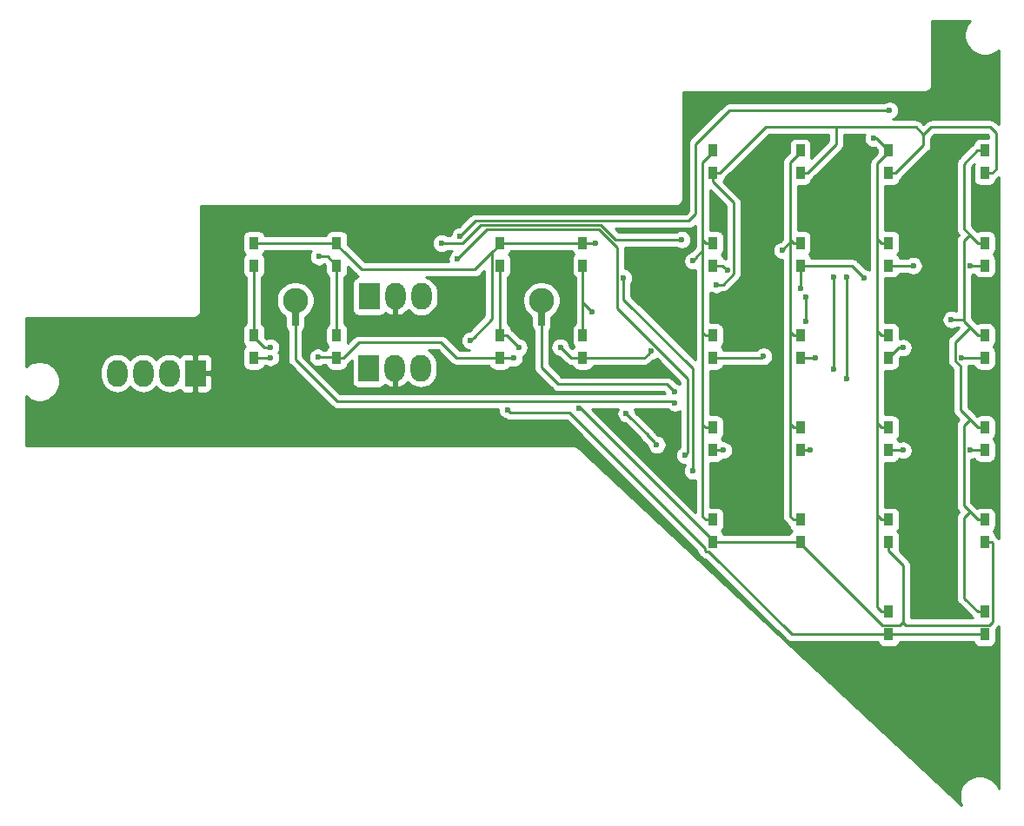
<source format=gbr>
G04 #@! TF.GenerationSoftware,KiCad,Pcbnew,(5.1.4-0-10_14)*
G04 #@! TF.CreationDate,2019-10-31T09:52:31+01:00*
G04 #@! TF.ProjectId,EWI_Left,4557495f-4c65-4667-942e-6b696361645f,-*
G04 #@! TF.SameCoordinates,Original*
G04 #@! TF.FileFunction,Copper,L1,Top*
G04 #@! TF.FilePolarity,Positive*
%FSLAX46Y46*%
G04 Gerber Fmt 4.6, Leading zero omitted, Abs format (unit mm)*
G04 Created by KiCad (PCBNEW (5.1.4-0-10_14)) date 2019-10-31 09:52:31*
%MOMM*%
%LPD*%
G04 APERTURE LIST*
%ADD10C,0.600000*%
%ADD11R,0.900000X1.200000*%
%ADD12R,2.000000X2.600000*%
%ADD13O,2.000000X2.600000*%
%ADD14C,0.867506*%
%ADD15C,0.100000*%
%ADD16R,0.608000X1.090000*%
%ADD17R,1.090000X3.920000*%
%ADD18C,2.450000*%
%ADD19R,0.640000X2.450000*%
%ADD20R,3.920000X1.090000*%
%ADD21C,0.228600*%
%ADD22C,0.254000*%
G04 APERTURE END LIST*
D10*
X111060000Y-57620000D03*
X105560000Y-56620000D03*
X93560000Y-60870000D03*
X105060000Y-71370000D03*
X109060000Y-47370000D03*
X118560000Y-50370000D03*
X113560000Y-40370000D03*
X123060000Y-45870000D03*
X135060000Y-45370000D03*
X131060000Y-45370000D03*
D11*
X87796850Y-60358876D03*
X87796850Y-58158876D03*
D12*
X58140000Y-61870000D03*
D13*
X55600000Y-61870000D03*
X53060000Y-61870000D03*
X50520000Y-61870000D03*
D12*
X75060000Y-54370000D03*
D13*
X77600000Y-54370000D03*
X80140000Y-54370000D03*
D12*
X75020000Y-61370000D03*
D13*
X77560000Y-61370000D03*
X80100000Y-61370000D03*
D11*
X135016850Y-42368876D03*
X135016850Y-40168876D03*
X135016850Y-51368876D03*
X135016850Y-49168876D03*
X135016850Y-60358876D03*
X135016850Y-58158876D03*
X135016850Y-69348876D03*
X135016850Y-67148876D03*
X135016850Y-78338876D03*
X135016850Y-76138876D03*
X135016850Y-87328876D03*
X135016850Y-85128876D03*
X125666850Y-42368876D03*
X125666850Y-40168876D03*
X125666850Y-51368876D03*
X125666850Y-49168876D03*
X125666850Y-60358876D03*
X125666850Y-58158876D03*
X125666850Y-69348876D03*
X125666850Y-67148876D03*
X125666850Y-78338876D03*
X125666850Y-76138876D03*
X125666850Y-87328876D03*
X125666850Y-85128876D03*
X117056850Y-42368876D03*
X117056850Y-40168876D03*
X117056850Y-51368876D03*
X117056850Y-49168876D03*
X117056850Y-60358876D03*
X117056850Y-58158876D03*
X117056850Y-69348876D03*
X117056850Y-67148876D03*
X117056850Y-78338876D03*
X117056850Y-76138876D03*
X108526850Y-42368876D03*
X108526850Y-40168876D03*
X108526850Y-51368876D03*
X108526850Y-49168876D03*
X108526850Y-60358876D03*
X108526850Y-58158876D03*
X108526850Y-69348876D03*
X108526850Y-67148876D03*
X108526850Y-78338876D03*
X108526850Y-76138876D03*
X95866850Y-49168876D03*
X95866850Y-51368876D03*
X95866850Y-60358876D03*
X95866850Y-58158876D03*
X87796850Y-49168876D03*
X87796850Y-51368876D03*
X71896850Y-49168876D03*
X71896850Y-51368876D03*
X71896850Y-60358876D03*
X71896850Y-58158876D03*
X63826850Y-49168876D03*
X63826850Y-51368876D03*
X63826850Y-60358876D03*
X63826850Y-58158876D03*
D14*
X65456850Y-56908876D03*
D15*
G36*
X66001850Y-57721376D02*
G01*
X64911850Y-57096376D01*
X64911850Y-56721376D01*
X66001850Y-56096376D01*
X66001850Y-57721376D01*
X66001850Y-57721376D01*
G37*
D14*
X65456850Y-52608876D03*
D15*
G36*
X66001850Y-53421376D02*
G01*
X64911850Y-52796376D01*
X64911850Y-52421376D01*
X66001850Y-51796376D01*
X66001850Y-53421376D01*
X66001850Y-53421376D01*
G37*
D14*
X70256850Y-56908876D03*
D15*
G36*
X69711850Y-56096376D02*
G01*
X70801850Y-56721376D01*
X70801850Y-57096376D01*
X69711850Y-57721376D01*
X69711850Y-56096376D01*
X69711850Y-56096376D01*
G37*
D16*
X66256850Y-57158876D03*
D17*
X70271850Y-54758876D03*
D18*
X67856850Y-54758876D03*
D19*
X67856850Y-56008876D03*
D17*
X65441850Y-54758876D03*
D20*
X67856850Y-52343876D03*
D16*
X69456850Y-57158876D03*
D14*
X70306850Y-52608876D03*
D15*
G36*
X69761850Y-51796376D02*
G01*
X70851850Y-52421376D01*
X70851850Y-52796376D01*
X69761850Y-53421376D01*
X69761850Y-51796376D01*
X69761850Y-51796376D01*
G37*
D14*
X89436850Y-56908876D03*
D15*
G36*
X89981850Y-57721376D02*
G01*
X88891850Y-57096376D01*
X88891850Y-56721376D01*
X89981850Y-56096376D01*
X89981850Y-57721376D01*
X89981850Y-57721376D01*
G37*
D14*
X89436850Y-52608876D03*
D15*
G36*
X89981850Y-53421376D02*
G01*
X88891850Y-52796376D01*
X88891850Y-52421376D01*
X89981850Y-51796376D01*
X89981850Y-53421376D01*
X89981850Y-53421376D01*
G37*
D14*
X94236850Y-56908876D03*
D15*
G36*
X93691850Y-56096376D02*
G01*
X94781850Y-56721376D01*
X94781850Y-57096376D01*
X93691850Y-57721376D01*
X93691850Y-56096376D01*
X93691850Y-56096376D01*
G37*
D16*
X90236850Y-57158876D03*
D17*
X94251850Y-54758876D03*
D18*
X91836850Y-54758876D03*
D19*
X91836850Y-56008876D03*
D17*
X89421850Y-54758876D03*
D20*
X91836850Y-52343876D03*
D16*
X93436850Y-57158876D03*
D14*
X94286850Y-52608876D03*
D15*
G36*
X93741850Y-51796376D02*
G01*
X94831850Y-52421376D01*
X94831850Y-52796376D01*
X93741850Y-53421376D01*
X93741850Y-51796376D01*
X93741850Y-51796376D01*
G37*
D10*
X84060000Y-56870000D03*
X121535543Y-52483973D03*
X121560000Y-62370000D03*
X120336454Y-52456408D03*
X120284011Y-61440037D03*
X108867342Y-53224628D03*
X117601996Y-56802113D03*
X117627103Y-54416507D03*
X131760000Y-56630000D03*
X123294329Y-52597765D03*
X84921462Y-58678839D03*
X109967890Y-51852567D03*
X117060000Y-53577890D03*
X97090093Y-49167417D03*
X128060000Y-51370000D03*
X133560000Y-51370000D03*
X132717890Y-60351094D03*
X102539386Y-59707388D03*
X89158225Y-60394338D03*
X70060000Y-60320000D03*
X65440000Y-60340000D03*
X113481355Y-60220378D03*
X93677804Y-59327334D03*
X127060000Y-59370000D03*
X118560000Y-60370000D03*
X100101509Y-65793509D03*
X103071802Y-68833429D03*
X133560000Y-69370000D03*
X127060000Y-69370000D03*
X118060000Y-69370000D03*
X109560000Y-69370000D03*
X95516731Y-65301035D03*
X88534128Y-65433149D03*
X83920000Y-48502110D03*
X124180000Y-38970000D03*
X125750000Y-36250000D03*
X105520946Y-48831571D03*
X115300000Y-49900000D03*
X82120000Y-49190000D03*
X106600000Y-50910000D03*
X96770000Y-55860000D03*
X89644740Y-59350029D03*
X70160000Y-50500000D03*
X65451202Y-59320981D03*
X104848520Y-64751593D03*
X104823318Y-63705708D03*
X105810000Y-69870000D03*
X83680000Y-50710000D03*
X99853170Y-52580867D03*
X106560000Y-71370000D03*
D21*
X65456850Y-56908876D02*
X66006850Y-56908876D01*
X66006850Y-56908876D02*
X66256850Y-57158876D01*
X65441850Y-54758876D02*
X65441850Y-56893876D01*
X65441850Y-56893876D02*
X65456850Y-56908876D01*
X65456850Y-52608876D02*
X65456850Y-54743876D01*
X65456850Y-54743876D02*
X65441850Y-54758876D01*
X67856850Y-52343876D02*
X65668250Y-52343876D01*
X65668250Y-52343876D02*
X65456850Y-52555276D01*
X65456850Y-52555276D02*
X65456850Y-52608876D01*
X70306850Y-52608876D02*
X68121850Y-52608876D01*
X68121850Y-52608876D02*
X67856850Y-52343876D01*
X70271850Y-54758876D02*
X70271850Y-52643876D01*
X70271850Y-52643876D02*
X70306850Y-52608876D01*
X70256850Y-56908876D02*
X70256850Y-54773876D01*
X70256850Y-54773876D02*
X70271850Y-54758876D01*
X69456850Y-57158876D02*
X70006850Y-57158876D01*
X70006850Y-57158876D02*
X70256850Y-56908876D01*
X94286850Y-52608876D02*
X92101850Y-52608876D01*
X92101850Y-52608876D02*
X91836850Y-52343876D01*
X94251850Y-54758876D02*
X94251850Y-52643876D01*
X94251850Y-52643876D02*
X94286850Y-52608876D01*
X94236850Y-56908876D02*
X94236850Y-54773876D01*
X94236850Y-54773876D02*
X94251850Y-54758876D01*
X93436850Y-57158876D02*
X93986850Y-57158876D01*
X93986850Y-57158876D02*
X94236850Y-56908876D01*
X89436850Y-56908876D02*
X89986850Y-56908876D01*
X89986850Y-56908876D02*
X90236850Y-57158876D01*
X89421850Y-54758876D02*
X89421850Y-56893876D01*
X89421850Y-56893876D02*
X89436850Y-56908876D01*
X89436850Y-52608876D02*
X89436850Y-54743876D01*
X89436850Y-54743876D02*
X89421850Y-54758876D01*
X91836850Y-52343876D02*
X89648250Y-52343876D01*
X89648250Y-52343876D02*
X89436850Y-52555276D01*
X89436850Y-52555276D02*
X89436850Y-52608876D01*
X121560000Y-62370000D02*
X121560000Y-52508430D01*
X121560000Y-52508430D02*
X121535543Y-52483973D01*
X120284011Y-52508851D02*
X120336454Y-52456408D01*
X120284011Y-61440037D02*
X120284011Y-52508851D01*
X129810000Y-37870000D02*
X135560000Y-37870000D01*
X129060000Y-38620000D02*
X129810000Y-37870000D01*
X120560000Y-37870000D02*
X128310000Y-37870000D01*
X129060000Y-39654326D02*
X129060000Y-38620000D01*
X128310000Y-37870000D02*
X129060000Y-38620000D01*
X108526850Y-42368876D02*
X108526850Y-43197476D01*
X108526850Y-43197476D02*
X110560000Y-45230626D01*
X110560000Y-45230626D02*
X110560000Y-52178817D01*
X110560000Y-52178817D02*
X109514189Y-53224628D01*
X109514189Y-53224628D02*
X109291606Y-53224628D01*
X109291606Y-53224628D02*
X108867342Y-53224628D01*
X136096149Y-38406149D02*
X136096149Y-41094000D01*
X135016850Y-42368876D02*
X135695450Y-42368876D01*
X135695450Y-42368876D02*
X136096149Y-41968177D01*
X136096149Y-41968177D02*
X136096149Y-41094000D01*
X135560000Y-37870000D02*
X136096149Y-38406149D01*
X125666850Y-42368876D02*
X126345450Y-42368876D01*
X126345450Y-42368876D02*
X129060000Y-39654326D01*
X113704326Y-37870000D02*
X120560000Y-37870000D01*
X117735450Y-42368876D02*
X120560000Y-39544326D01*
X117056850Y-42368876D02*
X117735450Y-42368876D01*
X120560000Y-39544326D02*
X120560000Y-37870000D01*
X108526850Y-42368876D02*
X109205450Y-42368876D01*
X109205450Y-42368876D02*
X113704326Y-37870000D01*
X131760000Y-56630000D02*
X132948747Y-56630000D01*
X132948747Y-56630000D02*
X132978747Y-56660000D01*
X132664668Y-65474668D02*
X133560000Y-66370000D01*
X132664668Y-61174184D02*
X132664668Y-65474668D01*
X132125788Y-58804212D02*
X132125788Y-60635304D01*
X133560000Y-57370000D02*
X132125788Y-58804212D01*
X132125788Y-60635304D02*
X132664668Y-61174184D01*
X117627103Y-54416507D02*
X117627103Y-56777006D01*
X117627103Y-56777006D02*
X117601996Y-56802113D01*
X132978747Y-51665059D02*
X132978747Y-56660000D01*
X132978747Y-56660000D02*
X132978747Y-56788747D01*
X132978747Y-56788747D02*
X133560000Y-57370000D01*
X132967898Y-51654210D02*
X132978747Y-51665059D01*
X132967898Y-48962102D02*
X132967898Y-51654210D01*
X133560000Y-48370000D02*
X132967898Y-48962102D01*
X135016850Y-40168876D02*
X134261124Y-40168876D01*
X134261124Y-40168876D02*
X132983797Y-41446203D01*
X132983797Y-41446203D02*
X132983797Y-47793797D01*
X132983797Y-47793797D02*
X133560000Y-48370000D01*
X133560000Y-75370000D02*
X132992271Y-75937729D01*
X132992271Y-75937729D02*
X132992271Y-83802271D01*
X132992271Y-83802271D02*
X134318876Y-85128876D01*
X134318876Y-85128876D02*
X135016850Y-85128876D01*
X133560000Y-66370000D02*
X132967899Y-66962101D01*
X132967899Y-66962101D02*
X132967899Y-74777899D01*
X132967899Y-74777899D02*
X133560000Y-75370000D01*
X135016850Y-49168876D02*
X134338250Y-49168876D01*
X134338250Y-49168876D02*
X133560000Y-48390626D01*
X133560000Y-48390626D02*
X133560000Y-48370000D01*
X135016850Y-58158876D02*
X134338250Y-58158876D01*
X134338250Y-58158876D02*
X133560000Y-57380626D01*
X133560000Y-57380626D02*
X133560000Y-57370000D01*
X135016850Y-67148876D02*
X134338250Y-67148876D01*
X133560000Y-66370626D02*
X133560000Y-66370000D01*
X134338250Y-67148876D02*
X133560000Y-66370626D01*
X133569374Y-75370000D02*
X133560000Y-75370000D01*
X135016850Y-76138876D02*
X134338250Y-76138876D01*
X134338250Y-76138876D02*
X133569374Y-75370000D01*
X122065440Y-51368876D02*
X122994330Y-52297766D01*
X117056850Y-51368876D02*
X122065440Y-51368876D01*
X122994330Y-52297766D02*
X123294329Y-52597765D01*
X117056850Y-51368876D02*
X118860914Y-51368876D01*
X85221461Y-58378840D02*
X84921462Y-58678839D01*
X87054749Y-56545552D02*
X85221461Y-58378840D01*
X87054749Y-50060977D02*
X87054749Y-56545552D01*
X108526850Y-51368876D02*
X109484199Y-51368876D01*
X109484199Y-51368876D02*
X109667891Y-51552568D01*
X109667891Y-51552568D02*
X109967890Y-51852567D01*
X85370000Y-51760000D02*
X74337974Y-51760000D01*
X74337974Y-51760000D02*
X72638951Y-50060977D01*
X87054749Y-50075251D02*
X85370000Y-51760000D01*
X87054749Y-50060977D02*
X87054749Y-50075251D01*
X71896850Y-49318876D02*
X71896850Y-49168876D01*
X72638951Y-50060977D02*
X71896850Y-49318876D01*
X87796850Y-49168876D02*
X87796850Y-49318876D01*
X87796850Y-49318876D02*
X87054749Y-50060977D01*
X117056850Y-53574740D02*
X117060000Y-53577890D01*
X117056850Y-51368876D02*
X117056850Y-53574740D01*
X95866850Y-49168876D02*
X97088634Y-49168876D01*
X97088634Y-49168876D02*
X97090093Y-49167417D01*
X128060000Y-51370000D02*
X125667974Y-51370000D01*
X125667974Y-51370000D02*
X125666850Y-51368876D01*
X135016850Y-51368876D02*
X133561124Y-51368876D01*
X133561124Y-51368876D02*
X133560000Y-51370000D01*
X63826850Y-49168876D02*
X64505450Y-49168876D01*
X64505450Y-49168876D02*
X71896850Y-49168876D01*
X87796850Y-49168876D02*
X88475450Y-49168876D01*
X88475450Y-49168876D02*
X95866850Y-49168876D01*
X132725672Y-60358876D02*
X132717890Y-60351094D01*
X135016850Y-60358876D02*
X132725672Y-60358876D01*
X83560000Y-60370000D02*
X83571124Y-60358876D01*
X83571124Y-60358876D02*
X87796850Y-60358876D01*
X82064326Y-58874326D02*
X83560000Y-60370000D01*
X74060000Y-58874326D02*
X82064326Y-58874326D01*
X71896850Y-60358876D02*
X72575450Y-60358876D01*
X72575450Y-60358876D02*
X74060000Y-58874326D01*
X95866850Y-60358876D02*
X101887898Y-60358876D01*
X101887898Y-60358876D02*
X102239387Y-60007387D01*
X102239387Y-60007387D02*
X102539386Y-59707388D01*
X89122763Y-60358876D02*
X89158225Y-60394338D01*
X87796850Y-60358876D02*
X89122763Y-60358876D01*
X70060000Y-60320000D02*
X70060000Y-60310623D01*
X70070598Y-60321221D02*
X71859195Y-60321221D01*
X70060000Y-60310623D02*
X70070598Y-60321221D01*
X71859195Y-60321221D02*
X71896850Y-60358876D01*
X63826850Y-60358876D02*
X65421124Y-60358876D01*
X65421124Y-60358876D02*
X65440000Y-60340000D01*
X113342857Y-60358876D02*
X113481355Y-60220378D01*
X108526850Y-60358876D02*
X113342857Y-60358876D01*
X95866850Y-60358876D02*
X94709346Y-60358876D01*
X94709346Y-60358876D02*
X93977803Y-59627333D01*
X93977803Y-59627333D02*
X93677804Y-59327334D01*
X127060000Y-59370000D02*
X126655726Y-59370000D01*
X126655726Y-59370000D02*
X125666850Y-60358876D01*
X118560000Y-60370000D02*
X117067974Y-60370000D01*
X117067974Y-60370000D02*
X117056850Y-60358876D01*
X102251156Y-67943156D02*
X100401508Y-66093508D01*
X102251156Y-68020336D02*
X102251156Y-67943156D01*
X100401508Y-66093508D02*
X100101509Y-65793509D01*
X102251156Y-68020336D02*
X102251156Y-68025942D01*
X102251156Y-68025942D02*
X102758644Y-68533430D01*
X102758644Y-68533430D02*
X102771803Y-68533430D01*
X102771803Y-68533430D02*
X103071802Y-68833429D01*
X102200820Y-67970000D02*
X102251156Y-68020336D01*
X133560000Y-69370000D02*
X134995726Y-69370000D01*
X134995726Y-69370000D02*
X135016850Y-69348876D01*
X127060000Y-69370000D02*
X125687974Y-69370000D01*
X125687974Y-69370000D02*
X125666850Y-69348876D01*
X118060000Y-69370000D02*
X117077974Y-69370000D01*
X117077974Y-69370000D02*
X117056850Y-69348876D01*
X108526850Y-69348876D02*
X109538876Y-69348876D01*
X109538876Y-69348876D02*
X109560000Y-69370000D01*
X95639009Y-65301035D02*
X95516731Y-65301035D01*
X108526850Y-78188876D02*
X95639009Y-65301035D01*
X108526850Y-78338876D02*
X108526850Y-78188876D01*
X135016850Y-78338876D02*
X135695450Y-78338876D01*
X135695450Y-78338876D02*
X135785241Y-78428667D01*
X135785241Y-86081839D02*
X135430305Y-86436775D01*
X135785241Y-78428667D02*
X135785241Y-86081839D01*
X135430305Y-86436775D02*
X127310000Y-86436775D01*
X127310000Y-86436775D02*
X127060000Y-86186775D01*
X127060000Y-86186775D02*
X127060000Y-86120000D01*
X126560000Y-86436775D02*
X125004749Y-86436775D01*
X127060000Y-80560626D02*
X127060000Y-86120000D01*
X126560000Y-86436775D02*
X126743225Y-86436775D01*
X126743225Y-86436775D02*
X127060000Y-86120000D01*
X117056850Y-78488876D02*
X117056850Y-78338876D01*
X125004749Y-86436775D02*
X117056850Y-78488876D01*
X125666850Y-78338876D02*
X125666850Y-79167476D01*
X125666850Y-79167476D02*
X127060000Y-80560626D01*
X117056850Y-78338876D02*
X108526850Y-78338876D01*
X125666850Y-87328876D02*
X116200451Y-87328876D01*
X116200451Y-87328876D02*
X108102552Y-79230977D01*
X88834127Y-65733148D02*
X88534128Y-65433149D01*
X108102552Y-79230977D02*
X107843169Y-79230977D01*
X107843169Y-79230977D02*
X107784749Y-79172557D01*
X107784749Y-79172557D02*
X107784749Y-78913174D01*
X107784749Y-78913174D02*
X94604723Y-65733148D01*
X94604723Y-65733148D02*
X88834127Y-65733148D01*
X125666850Y-87328876D02*
X126345450Y-87328876D01*
X126345450Y-87328876D02*
X135016850Y-87328876D01*
X125750000Y-36250000D02*
X110160000Y-36250000D01*
X110160000Y-36250000D02*
X106880000Y-39530000D01*
X106880000Y-39530000D02*
X106880000Y-46350000D01*
X106206408Y-47023592D02*
X85398518Y-47023592D01*
X106880000Y-46350000D02*
X106206408Y-47023592D01*
X85398518Y-47023592D02*
X84219999Y-48202111D01*
X84219999Y-48202111D02*
X83920000Y-48502110D01*
X124988250Y-49168876D02*
X124560000Y-48740626D01*
X124560000Y-54081763D02*
X124560000Y-47870000D01*
X125666850Y-49168876D02*
X124988250Y-49168876D01*
X124560000Y-48740626D02*
X124560000Y-47870000D01*
X124560000Y-56870000D02*
X124560000Y-54081763D01*
X124180000Y-38970000D02*
X124467974Y-38970000D01*
X124467974Y-38970000D02*
X125666850Y-40168876D01*
X124560000Y-84700626D02*
X124560000Y-75370000D01*
X124560000Y-75370000D02*
X124560000Y-66370000D01*
X125666850Y-76138876D02*
X124988250Y-76138876D01*
X124560000Y-75710626D02*
X124560000Y-75370000D01*
X124988250Y-76138876D02*
X124560000Y-75710626D01*
X124560000Y-66370000D02*
X124560000Y-56870000D01*
X125666850Y-67148876D02*
X124988250Y-67148876D01*
X124988250Y-67148876D02*
X124560000Y-66720626D01*
X124560000Y-66720626D02*
X124560000Y-66370000D01*
X124988250Y-58158876D02*
X124560000Y-57730626D01*
X125666850Y-58158876D02*
X124988250Y-58158876D01*
X124560000Y-57730626D02*
X124560000Y-56870000D01*
X124560000Y-47870000D02*
X124560000Y-41425726D01*
X124560000Y-41425726D02*
X125666850Y-40318876D01*
X125666850Y-40318876D02*
X125666850Y-40168876D01*
X125666850Y-85128876D02*
X124988250Y-85128876D01*
X124988250Y-85128876D02*
X124560000Y-84700626D01*
X105096682Y-48831571D02*
X105520946Y-48831571D01*
X99047381Y-48831571D02*
X105096682Y-48831571D01*
X97645813Y-47430003D02*
X99047381Y-48831571D01*
X85899997Y-47430003D02*
X97645813Y-47430003D01*
X84140000Y-49190000D02*
X85899997Y-47430003D01*
X82120000Y-49190000D02*
X84140000Y-49190000D01*
X116060000Y-57370000D02*
X116060000Y-49100000D01*
X116060000Y-49100000D02*
X116060000Y-48370000D01*
X115300000Y-49900000D02*
X115599999Y-49600001D01*
X115599999Y-49560001D02*
X116060000Y-49100000D01*
X115599999Y-49600001D02*
X115599999Y-49560001D01*
X116060000Y-75820626D02*
X116060000Y-66370000D01*
X117056850Y-67148876D02*
X116378250Y-67148876D01*
X116060000Y-66370000D02*
X116060000Y-57370000D01*
X116378250Y-67148876D02*
X116060000Y-66830626D01*
X116060000Y-66830626D02*
X116060000Y-66370000D01*
X116378250Y-58158876D02*
X116060000Y-57840626D01*
X117056850Y-58158876D02*
X116378250Y-58158876D01*
X116060000Y-57840626D02*
X116060000Y-57370000D01*
X116060000Y-48370000D02*
X116060000Y-41315726D01*
X117056850Y-49168876D02*
X116378250Y-49168876D01*
X116378250Y-49168876D02*
X116060000Y-48850626D01*
X116060000Y-48850626D02*
X116060000Y-48370000D01*
X116060000Y-41315726D02*
X117056850Y-40318876D01*
X117056850Y-40318876D02*
X117056850Y-40168876D01*
X117056850Y-76138876D02*
X116378250Y-76138876D01*
X116378250Y-76138876D02*
X116060000Y-75820626D01*
X107560000Y-57370000D02*
X107560000Y-49860000D01*
X107560000Y-49860000D02*
X107560000Y-48370000D01*
X106899999Y-50520001D02*
X107560000Y-49860000D01*
X106600000Y-50910000D02*
X106899999Y-50610001D01*
X106899999Y-50610001D02*
X106899999Y-50520001D01*
X107560000Y-75850626D02*
X107560000Y-66370000D01*
X107560000Y-66370000D02*
X107560000Y-57370000D01*
X108526850Y-67148876D02*
X107848250Y-67148876D01*
X107848250Y-67148876D02*
X107560000Y-66860626D01*
X107560000Y-66860626D02*
X107560000Y-66370000D01*
X108526850Y-58158876D02*
X107848250Y-58158876D01*
X107848250Y-58158876D02*
X107560000Y-57870626D01*
X107560000Y-57870626D02*
X107560000Y-57370000D01*
X107560000Y-48880626D02*
X107560000Y-48370000D01*
X107560000Y-48370000D02*
X107560000Y-41285726D01*
X108526850Y-49168876D02*
X107848250Y-49168876D01*
X107848250Y-49168876D02*
X107560000Y-48880626D01*
X107560000Y-41285726D02*
X108526850Y-40318876D01*
X108526850Y-40318876D02*
X108526850Y-40168876D01*
X108526850Y-76138876D02*
X107848250Y-76138876D01*
X107848250Y-76138876D02*
X107560000Y-75850626D01*
X96770000Y-55860000D02*
X95874854Y-54964854D01*
X95874854Y-54964854D02*
X95867100Y-54964854D01*
X95867100Y-54964854D02*
X95866850Y-54965104D01*
X95866850Y-54965104D02*
X95866850Y-55960000D01*
X95866850Y-52197476D02*
X95866850Y-55960000D01*
X95866850Y-55960000D02*
X95866850Y-58158876D01*
X95866850Y-51368876D02*
X95866850Y-52197476D01*
X89644740Y-59328166D02*
X89644740Y-59350029D01*
X87796850Y-58158876D02*
X88475450Y-58158876D01*
X88475450Y-58158876D02*
X89644740Y-59328166D01*
X87796850Y-51368876D02*
X87796850Y-52197476D01*
X87796850Y-52197476D02*
X87796850Y-58158876D01*
X70160000Y-50500000D02*
X71027974Y-50500000D01*
X71027974Y-50500000D02*
X71896850Y-51368876D01*
X71896850Y-58158876D02*
X71896850Y-51368876D01*
X65026938Y-59320981D02*
X65451202Y-59320981D01*
X63826850Y-58158876D02*
X63826850Y-58308876D01*
X63826850Y-58308876D02*
X64838955Y-59320981D01*
X64838955Y-59320981D02*
X65026938Y-59320981D01*
X63826850Y-51368876D02*
X63826850Y-52197476D01*
X63826850Y-52197476D02*
X63826850Y-58158876D01*
X67856850Y-56008876D02*
X67856850Y-60520573D01*
X67856850Y-60520573D02*
X71927335Y-64591058D01*
X71927335Y-64591058D02*
X104697033Y-64591058D01*
X104697033Y-64591058D02*
X104848520Y-64742545D01*
X104848520Y-64742545D02*
X104848520Y-64751593D01*
X67856850Y-54758876D02*
X67856850Y-56008876D01*
X104523319Y-63405709D02*
X104823318Y-63705708D01*
X104057081Y-62939471D02*
X104523319Y-63405709D01*
X93481858Y-62939471D02*
X104057081Y-62939471D01*
X91836850Y-61294463D02*
X93481858Y-62939471D01*
X91836850Y-56008876D02*
X91836850Y-61294463D01*
X91836850Y-56008876D02*
X91836850Y-54758876D01*
X106109999Y-62419999D02*
X99261060Y-55571060D01*
X99261060Y-49620000D02*
X97477472Y-47836412D01*
X99261060Y-55571060D02*
X99261060Y-49620000D01*
X105810000Y-69870000D02*
X106109999Y-69570001D01*
X106109999Y-69570001D02*
X106109999Y-62419999D01*
X83979999Y-50410001D02*
X83680000Y-50710000D01*
X97477472Y-47836412D02*
X86518837Y-47836413D01*
X86518837Y-47836413D02*
X83979999Y-50375251D01*
X83979999Y-50375251D02*
X83979999Y-50410001D01*
X99853170Y-53005131D02*
X99853170Y-52580867D01*
X99853170Y-54663170D02*
X99853170Y-53005131D01*
X106560000Y-61370000D02*
X99853170Y-54663170D01*
X106560000Y-71370000D02*
X106560000Y-61370000D01*
D22*
G36*
X133488149Y-27634636D02*
G01*
X133270915Y-27959750D01*
X133121282Y-28320997D01*
X133045000Y-28704495D01*
X133045000Y-29095505D01*
X133121282Y-29479003D01*
X133270915Y-29840250D01*
X133488149Y-30165364D01*
X133764636Y-30441851D01*
X134089750Y-30659085D01*
X134450997Y-30808718D01*
X134834495Y-30885000D01*
X135225505Y-30885000D01*
X135609003Y-30808718D01*
X135970250Y-30659085D01*
X136295364Y-30441851D01*
X136381351Y-30355864D01*
X136381351Y-37631681D01*
X136115863Y-37366194D01*
X136092398Y-37337602D01*
X135978303Y-37243966D01*
X135848132Y-37174388D01*
X135706888Y-37131542D01*
X135596806Y-37120700D01*
X135596795Y-37120700D01*
X135560000Y-37117076D01*
X135523205Y-37120700D01*
X129846795Y-37120700D01*
X129809999Y-37117076D01*
X129773203Y-37120700D01*
X129773194Y-37120700D01*
X129663112Y-37131542D01*
X129521868Y-37174388D01*
X129437038Y-37219730D01*
X129391696Y-37243966D01*
X129306190Y-37314140D01*
X129277602Y-37337602D01*
X129254141Y-37366189D01*
X129060000Y-37560330D01*
X128865863Y-37366194D01*
X128842398Y-37337602D01*
X128728303Y-37243966D01*
X128598132Y-37174388D01*
X128456888Y-37131542D01*
X128346806Y-37120700D01*
X128346795Y-37120700D01*
X128310000Y-37117076D01*
X128273205Y-37120700D01*
X126091216Y-37120700D01*
X126192889Y-37078586D01*
X126346028Y-36976262D01*
X126476262Y-36846028D01*
X126578586Y-36692889D01*
X126649068Y-36522729D01*
X126685000Y-36342089D01*
X126685000Y-36157911D01*
X126649068Y-35977271D01*
X126578586Y-35807111D01*
X126476262Y-35653972D01*
X126346028Y-35523738D01*
X126192889Y-35421414D01*
X126022729Y-35350932D01*
X125842089Y-35315000D01*
X125657911Y-35315000D01*
X125477271Y-35350932D01*
X125307111Y-35421414D01*
X125188451Y-35500700D01*
X110196795Y-35500700D01*
X110159999Y-35497076D01*
X110123203Y-35500700D01*
X110123194Y-35500700D01*
X110013112Y-35511542D01*
X109871868Y-35554388D01*
X109741697Y-35623966D01*
X109627602Y-35717602D01*
X109604141Y-35746189D01*
X106376194Y-38974137D01*
X106347602Y-38997602D01*
X106324140Y-39026191D01*
X106253966Y-39111697D01*
X106199080Y-39214382D01*
X106184388Y-39241869D01*
X106141542Y-39383113D01*
X106130700Y-39493195D01*
X106130700Y-39493205D01*
X106127076Y-39530000D01*
X106130700Y-39566795D01*
X106130701Y-46039629D01*
X105896039Y-46274292D01*
X85435316Y-46274292D01*
X85398518Y-46270668D01*
X85361720Y-46274292D01*
X85361712Y-46274292D01*
X85251630Y-46285134D01*
X85110386Y-46327980D01*
X84980215Y-46397558D01*
X84894708Y-46467731D01*
X84894701Y-46467738D01*
X84866120Y-46491194D01*
X84842664Y-46519775D01*
X83787241Y-47575200D01*
X83647271Y-47603042D01*
X83477111Y-47673524D01*
X83323972Y-47775848D01*
X83193738Y-47906082D01*
X83091414Y-48059221D01*
X83020932Y-48229381D01*
X82985000Y-48410021D01*
X82985000Y-48440700D01*
X82681549Y-48440700D01*
X82562889Y-48361414D01*
X82392729Y-48290932D01*
X82212089Y-48255000D01*
X82027911Y-48255000D01*
X81847271Y-48290932D01*
X81677111Y-48361414D01*
X81523972Y-48463738D01*
X81393738Y-48593972D01*
X81291414Y-48747111D01*
X81220932Y-48917271D01*
X81185000Y-49097911D01*
X81185000Y-49282089D01*
X81220932Y-49462729D01*
X81291414Y-49632889D01*
X81393738Y-49786028D01*
X81523972Y-49916262D01*
X81677111Y-50018586D01*
X81847271Y-50089068D01*
X82027911Y-50125000D01*
X82212089Y-50125000D01*
X82392729Y-50089068D01*
X82562889Y-50018586D01*
X82681549Y-49939300D01*
X83150478Y-49939300D01*
X83083972Y-49983738D01*
X82953738Y-50113972D01*
X82851414Y-50267111D01*
X82780932Y-50437271D01*
X82745000Y-50617911D01*
X82745000Y-50802089D01*
X82780932Y-50982729D01*
X82792518Y-51010700D01*
X74648344Y-51010700D01*
X73194815Y-49557172D01*
X73194811Y-49557167D01*
X72984922Y-49347278D01*
X72984922Y-48568876D01*
X72972662Y-48444394D01*
X72936352Y-48324696D01*
X72877387Y-48214382D01*
X72798035Y-48117691D01*
X72701344Y-48038339D01*
X72591030Y-47979374D01*
X72471332Y-47943064D01*
X72346850Y-47930804D01*
X71446850Y-47930804D01*
X71322368Y-47943064D01*
X71202670Y-47979374D01*
X71092356Y-48038339D01*
X70995665Y-48117691D01*
X70916313Y-48214382D01*
X70857348Y-48324696D01*
X70828566Y-48419576D01*
X64895134Y-48419576D01*
X64866352Y-48324696D01*
X64807387Y-48214382D01*
X64728035Y-48117691D01*
X64631344Y-48038339D01*
X64521030Y-47979374D01*
X64401332Y-47943064D01*
X64276850Y-47930804D01*
X63376850Y-47930804D01*
X63252368Y-47943064D01*
X63132670Y-47979374D01*
X63022356Y-48038339D01*
X62925665Y-48117691D01*
X62846313Y-48214382D01*
X62787348Y-48324696D01*
X62751038Y-48444394D01*
X62738778Y-48568876D01*
X62738778Y-49768876D01*
X62751038Y-49893358D01*
X62787348Y-50013056D01*
X62846313Y-50123370D01*
X62925665Y-50220061D01*
X62985146Y-50268876D01*
X62925665Y-50317691D01*
X62846313Y-50414382D01*
X62787348Y-50524696D01*
X62751038Y-50644394D01*
X62738778Y-50768876D01*
X62738778Y-51968876D01*
X62751038Y-52093358D01*
X62787348Y-52213056D01*
X62846313Y-52323370D01*
X62925665Y-52420061D01*
X63022356Y-52499413D01*
X63077550Y-52528915D01*
X63077551Y-56998836D01*
X63022356Y-57028339D01*
X62925665Y-57107691D01*
X62846313Y-57204382D01*
X62787348Y-57314696D01*
X62751038Y-57434394D01*
X62738778Y-57558876D01*
X62738778Y-58758876D01*
X62751038Y-58883358D01*
X62787348Y-59003056D01*
X62846313Y-59113370D01*
X62925665Y-59210061D01*
X62985146Y-59258876D01*
X62925665Y-59307691D01*
X62846313Y-59404382D01*
X62787348Y-59514696D01*
X62751038Y-59634394D01*
X62738778Y-59758876D01*
X62738778Y-60958876D01*
X62751038Y-61083358D01*
X62787348Y-61203056D01*
X62846313Y-61313370D01*
X62925665Y-61410061D01*
X63022356Y-61489413D01*
X63132670Y-61548378D01*
X63252368Y-61584688D01*
X63376850Y-61596948D01*
X64276850Y-61596948D01*
X64401332Y-61584688D01*
X64521030Y-61548378D01*
X64631344Y-61489413D01*
X64728035Y-61410061D01*
X64807387Y-61313370D01*
X64866352Y-61203056D01*
X64895134Y-61108176D01*
X64906701Y-61108176D01*
X64997111Y-61168586D01*
X65167271Y-61239068D01*
X65347911Y-61275000D01*
X65532089Y-61275000D01*
X65712729Y-61239068D01*
X65882889Y-61168586D01*
X66036028Y-61066262D01*
X66166262Y-60936028D01*
X66268586Y-60782889D01*
X66339068Y-60612729D01*
X66375000Y-60432089D01*
X66375000Y-60247911D01*
X66339068Y-60067271D01*
X66268586Y-59897111D01*
X66229673Y-59838873D01*
X66279788Y-59763870D01*
X66350270Y-59593710D01*
X66386202Y-59413070D01*
X66386202Y-59228892D01*
X66350270Y-59048252D01*
X66279788Y-58878092D01*
X66177464Y-58724953D01*
X66047230Y-58594719D01*
X65894091Y-58492395D01*
X65723931Y-58421913D01*
X65543291Y-58385981D01*
X65359113Y-58385981D01*
X65178473Y-58421913D01*
X65051960Y-58474316D01*
X64914922Y-58337278D01*
X64914922Y-57558876D01*
X64902662Y-57434394D01*
X64866352Y-57314696D01*
X64807387Y-57204382D01*
X64728035Y-57107691D01*
X64631344Y-57028339D01*
X64576150Y-56998837D01*
X64576150Y-52528915D01*
X64631344Y-52499413D01*
X64728035Y-52420061D01*
X64807387Y-52323370D01*
X64866352Y-52213056D01*
X64902662Y-52093358D01*
X64914922Y-51968876D01*
X64914922Y-50768876D01*
X64902662Y-50644394D01*
X64866352Y-50524696D01*
X64807387Y-50414382D01*
X64728035Y-50317691D01*
X64668554Y-50268876D01*
X64728035Y-50220061D01*
X64807387Y-50123370D01*
X64866352Y-50013056D01*
X64895134Y-49918176D01*
X69424247Y-49918176D01*
X69331414Y-50057111D01*
X69260932Y-50227271D01*
X69225000Y-50407911D01*
X69225000Y-50592089D01*
X69260932Y-50772729D01*
X69331414Y-50942889D01*
X69433738Y-51096028D01*
X69563972Y-51226262D01*
X69717111Y-51328586D01*
X69887271Y-51399068D01*
X70067911Y-51435000D01*
X70252089Y-51435000D01*
X70432729Y-51399068D01*
X70602889Y-51328586D01*
X70719185Y-51250880D01*
X70808778Y-51340473D01*
X70808778Y-51968876D01*
X70821038Y-52093358D01*
X70857348Y-52213056D01*
X70916313Y-52323370D01*
X70995665Y-52420061D01*
X71092356Y-52499413D01*
X71147551Y-52528916D01*
X71147550Y-56998837D01*
X71092356Y-57028339D01*
X70995665Y-57107691D01*
X70916313Y-57204382D01*
X70857348Y-57314696D01*
X70821038Y-57434394D01*
X70808778Y-57558876D01*
X70808778Y-58758876D01*
X70821038Y-58883358D01*
X70857348Y-59003056D01*
X70916313Y-59113370D01*
X70995665Y-59210061D01*
X71055146Y-59258876D01*
X70995665Y-59307691D01*
X70916313Y-59404382D01*
X70857348Y-59514696D01*
X70839989Y-59571921D01*
X70623376Y-59571921D01*
X70502889Y-59491414D01*
X70332729Y-59420932D01*
X70152089Y-59385000D01*
X69967911Y-59385000D01*
X69787271Y-59420932D01*
X69617111Y-59491414D01*
X69463972Y-59593738D01*
X69333738Y-59723972D01*
X69231414Y-59877111D01*
X69160932Y-60047271D01*
X69125000Y-60227911D01*
X69125000Y-60412089D01*
X69160932Y-60592729D01*
X69231414Y-60762889D01*
X69333738Y-60916028D01*
X69463972Y-61046262D01*
X69617111Y-61148586D01*
X69787271Y-61219068D01*
X69967911Y-61255000D01*
X70152089Y-61255000D01*
X70332729Y-61219068D01*
X70502889Y-61148586D01*
X70619722Y-61070521D01*
X70819774Y-61070521D01*
X70821038Y-61083358D01*
X70857348Y-61203056D01*
X70916313Y-61313370D01*
X70995665Y-61410061D01*
X71092356Y-61489413D01*
X71202670Y-61548378D01*
X71322368Y-61584688D01*
X71446850Y-61596948D01*
X72346850Y-61596948D01*
X72471332Y-61584688D01*
X72591030Y-61548378D01*
X72701344Y-61489413D01*
X72798035Y-61410061D01*
X72877387Y-61313370D01*
X72936352Y-61203056D01*
X72972662Y-61083358D01*
X72981725Y-60991339D01*
X72993753Y-60984910D01*
X73107848Y-60891274D01*
X73131313Y-60862682D01*
X73381928Y-60612067D01*
X73381928Y-62670000D01*
X73394188Y-62794482D01*
X73430498Y-62914180D01*
X73489463Y-63024494D01*
X73568815Y-63121185D01*
X73665506Y-63200537D01*
X73775820Y-63259502D01*
X73895518Y-63295812D01*
X74020000Y-63308072D01*
X76020000Y-63308072D01*
X76144482Y-63295812D01*
X76264180Y-63259502D01*
X76374494Y-63200537D01*
X76471185Y-63121185D01*
X76550537Y-63024494D01*
X76577338Y-62974353D01*
X76757239Y-63100010D01*
X77051645Y-63229144D01*
X77179566Y-63260124D01*
X77433000Y-63140777D01*
X77433000Y-61497000D01*
X77413000Y-61497000D01*
X77413000Y-61243000D01*
X77433000Y-61243000D01*
X77433000Y-61223000D01*
X77687000Y-61223000D01*
X77687000Y-61243000D01*
X77707000Y-61243000D01*
X77707000Y-61497000D01*
X77687000Y-61497000D01*
X77687000Y-63140777D01*
X77940434Y-63260124D01*
X78068355Y-63229144D01*
X78362761Y-63100010D01*
X78626317Y-62915922D01*
X78831716Y-62701858D01*
X78938286Y-62831714D01*
X79187249Y-63036031D01*
X79471286Y-63187852D01*
X79779485Y-63281343D01*
X80100000Y-63312911D01*
X80420516Y-63281343D01*
X80728715Y-63187852D01*
X81012752Y-63036031D01*
X81261714Y-62831714D01*
X81466031Y-62582752D01*
X81617852Y-62298715D01*
X81711343Y-61990515D01*
X81735000Y-61750321D01*
X81735000Y-60989678D01*
X81711343Y-60749484D01*
X81617852Y-60441285D01*
X81466031Y-60157248D01*
X81261714Y-59908286D01*
X81012751Y-59703969D01*
X80862440Y-59623626D01*
X81753957Y-59623626D01*
X83004141Y-60873811D01*
X83027602Y-60902398D01*
X83056188Y-60925858D01*
X83056190Y-60925860D01*
X83096420Y-60958876D01*
X83141697Y-60996034D01*
X83271869Y-61065612D01*
X83310585Y-61077356D01*
X83413111Y-61108457D01*
X83559999Y-61122924D01*
X83560000Y-61122924D01*
X83706887Y-61108457D01*
X83707813Y-61108176D01*
X86728566Y-61108176D01*
X86757348Y-61203056D01*
X86816313Y-61313370D01*
X86895665Y-61410061D01*
X86992356Y-61489413D01*
X87102670Y-61548378D01*
X87222368Y-61584688D01*
X87346850Y-61596948D01*
X88246850Y-61596948D01*
X88371332Y-61584688D01*
X88491030Y-61548378D01*
X88601344Y-61489413D01*
X88698035Y-61410061D01*
X88777387Y-61313370D01*
X88805721Y-61260362D01*
X88885496Y-61293406D01*
X89066136Y-61329338D01*
X89250314Y-61329338D01*
X89430954Y-61293406D01*
X89601114Y-61222924D01*
X89754253Y-61120600D01*
X89884487Y-60990366D01*
X89986811Y-60837227D01*
X90057293Y-60667067D01*
X90093225Y-60486427D01*
X90093225Y-60302249D01*
X90070078Y-60185885D01*
X90087629Y-60178615D01*
X90240768Y-60076291D01*
X90371002Y-59946057D01*
X90473326Y-59792918D01*
X90543808Y-59622758D01*
X90579740Y-59442118D01*
X90579740Y-59257940D01*
X90543808Y-59077300D01*
X90473326Y-58907140D01*
X90371002Y-58754001D01*
X90240768Y-58623767D01*
X90087629Y-58521443D01*
X89917469Y-58450961D01*
X89804792Y-58428548D01*
X89031313Y-57655070D01*
X89007848Y-57626478D01*
X88893753Y-57532842D01*
X88881725Y-57526413D01*
X88872662Y-57434394D01*
X88836352Y-57314696D01*
X88777387Y-57204382D01*
X88698035Y-57107691D01*
X88601344Y-57028339D01*
X88546150Y-56998837D01*
X88546150Y-52528915D01*
X88601344Y-52499413D01*
X88698035Y-52420061D01*
X88777387Y-52323370D01*
X88836352Y-52213056D01*
X88872662Y-52093358D01*
X88884922Y-51968876D01*
X88884922Y-50768876D01*
X88872662Y-50644394D01*
X88836352Y-50524696D01*
X88777387Y-50414382D01*
X88698035Y-50317691D01*
X88638554Y-50268876D01*
X88698035Y-50220061D01*
X88777387Y-50123370D01*
X88836352Y-50013056D01*
X88865134Y-49918176D01*
X94798566Y-49918176D01*
X94827348Y-50013056D01*
X94886313Y-50123370D01*
X94965665Y-50220061D01*
X95025146Y-50268876D01*
X94965665Y-50317691D01*
X94886313Y-50414382D01*
X94827348Y-50524696D01*
X94791038Y-50644394D01*
X94778778Y-50768876D01*
X94778778Y-51968876D01*
X94791038Y-52093358D01*
X94827348Y-52213056D01*
X94886313Y-52323370D01*
X94965665Y-52420061D01*
X95062356Y-52499413D01*
X95117550Y-52528915D01*
X95117551Y-54928292D01*
X95117550Y-54928299D01*
X95117550Y-54928309D01*
X95113926Y-54965104D01*
X95117550Y-55001900D01*
X95117551Y-55468663D01*
X95117551Y-55923185D01*
X95117550Y-55923195D01*
X95117550Y-56998836D01*
X95062356Y-57028339D01*
X94965665Y-57107691D01*
X94886313Y-57204382D01*
X94827348Y-57314696D01*
X94791038Y-57434394D01*
X94778778Y-57558876D01*
X94778778Y-58758876D01*
X94791038Y-58883358D01*
X94827348Y-59003056D01*
X94886313Y-59113370D01*
X94965665Y-59210061D01*
X95025146Y-59258876D01*
X94965665Y-59307691D01*
X94886313Y-59404382D01*
X94861306Y-59451166D01*
X94604714Y-59194575D01*
X94576872Y-59054605D01*
X94506390Y-58884445D01*
X94404066Y-58731306D01*
X94273832Y-58601072D01*
X94120693Y-58498748D01*
X93950533Y-58428266D01*
X93769893Y-58392334D01*
X93585715Y-58392334D01*
X93405075Y-58428266D01*
X93234915Y-58498748D01*
X93081776Y-58601072D01*
X92951542Y-58731306D01*
X92849218Y-58884445D01*
X92778736Y-59054605D01*
X92742804Y-59235245D01*
X92742804Y-59419423D01*
X92778736Y-59600063D01*
X92849218Y-59770223D01*
X92951542Y-59923362D01*
X93081776Y-60053596D01*
X93234915Y-60155920D01*
X93405075Y-60226402D01*
X93545045Y-60254244D01*
X94153485Y-60862685D01*
X94176948Y-60891274D01*
X94205534Y-60914734D01*
X94205536Y-60914736D01*
X94291042Y-60984910D01*
X94370341Y-61027296D01*
X94421214Y-61054488D01*
X94562458Y-61097334D01*
X94672540Y-61108176D01*
X94672549Y-61108176D01*
X94709345Y-61111800D01*
X94746141Y-61108176D01*
X94798566Y-61108176D01*
X94827348Y-61203056D01*
X94886313Y-61313370D01*
X94965665Y-61410061D01*
X95062356Y-61489413D01*
X95172670Y-61548378D01*
X95292368Y-61584688D01*
X95416850Y-61596948D01*
X96316850Y-61596948D01*
X96441332Y-61584688D01*
X96561030Y-61548378D01*
X96671344Y-61489413D01*
X96768035Y-61410061D01*
X96847387Y-61313370D01*
X96906352Y-61203056D01*
X96935134Y-61108176D01*
X101851103Y-61108176D01*
X101887898Y-61111800D01*
X101924693Y-61108176D01*
X101924704Y-61108176D01*
X102034786Y-61097334D01*
X102176030Y-61054488D01*
X102306201Y-60984910D01*
X102420296Y-60891274D01*
X102443761Y-60862682D01*
X102672145Y-60634298D01*
X102812115Y-60606456D01*
X102982275Y-60535974D01*
X103092593Y-60462262D01*
X105360700Y-62730370D01*
X105360700Y-62940260D01*
X105266207Y-62877122D01*
X105096047Y-62806640D01*
X104956077Y-62778798D01*
X104612944Y-62435665D01*
X104589479Y-62407073D01*
X104475384Y-62313437D01*
X104345213Y-62243859D01*
X104203969Y-62201013D01*
X104093887Y-62190171D01*
X104093876Y-62190171D01*
X104057081Y-62186547D01*
X104020286Y-62190171D01*
X93792229Y-62190171D01*
X92586150Y-60984094D01*
X92586150Y-57703021D01*
X92608035Y-57685061D01*
X92687387Y-57588370D01*
X92746352Y-57478056D01*
X92782662Y-57358358D01*
X92794922Y-57233876D01*
X92794922Y-56355717D01*
X93022531Y-56203633D01*
X93281607Y-55944557D01*
X93485161Y-55639917D01*
X93625371Y-55301418D01*
X93696850Y-54942070D01*
X93696850Y-54575682D01*
X93625371Y-54216334D01*
X93485161Y-53877835D01*
X93281607Y-53573195D01*
X93022531Y-53314119D01*
X92717891Y-53110565D01*
X92379392Y-52970355D01*
X92020044Y-52898876D01*
X91653656Y-52898876D01*
X91294308Y-52970355D01*
X90955809Y-53110565D01*
X90651169Y-53314119D01*
X90392093Y-53573195D01*
X90188539Y-53877835D01*
X90048329Y-54216334D01*
X89976850Y-54575682D01*
X89976850Y-54942070D01*
X90048329Y-55301418D01*
X90188539Y-55639917D01*
X90392093Y-55944557D01*
X90651169Y-56203633D01*
X90878778Y-56355717D01*
X90878778Y-57233876D01*
X90891038Y-57358358D01*
X90927348Y-57478056D01*
X90986313Y-57588370D01*
X91065665Y-57685061D01*
X91087550Y-57703022D01*
X91087551Y-61257658D01*
X91083926Y-61294463D01*
X91087551Y-61331269D01*
X91098393Y-61441351D01*
X91107366Y-61470932D01*
X91141238Y-61582594D01*
X91210816Y-61712766D01*
X91280990Y-61798272D01*
X91304453Y-61826861D01*
X91333039Y-61850321D01*
X92926004Y-63443288D01*
X92949460Y-63471869D01*
X92978041Y-63495325D01*
X92978048Y-63495332D01*
X93047825Y-63552596D01*
X93063555Y-63565505D01*
X93193726Y-63635083D01*
X93334970Y-63677929D01*
X93445052Y-63688771D01*
X93445060Y-63688771D01*
X93481858Y-63692395D01*
X93518656Y-63688771D01*
X103746712Y-63688771D01*
X103896408Y-63838467D01*
X103897063Y-63841758D01*
X72237705Y-63841758D01*
X68606150Y-60210204D01*
X68606150Y-57703021D01*
X68628035Y-57685061D01*
X68707387Y-57588370D01*
X68766352Y-57478056D01*
X68802662Y-57358358D01*
X68814922Y-57233876D01*
X68814922Y-56355717D01*
X69042531Y-56203633D01*
X69301607Y-55944557D01*
X69505161Y-55639917D01*
X69645371Y-55301418D01*
X69716850Y-54942070D01*
X69716850Y-54575682D01*
X69645371Y-54216334D01*
X69505161Y-53877835D01*
X69301607Y-53573195D01*
X69042531Y-53314119D01*
X68737891Y-53110565D01*
X68399392Y-52970355D01*
X68040044Y-52898876D01*
X67673656Y-52898876D01*
X67314308Y-52970355D01*
X66975809Y-53110565D01*
X66671169Y-53314119D01*
X66412093Y-53573195D01*
X66208539Y-53877835D01*
X66068329Y-54216334D01*
X65996850Y-54575682D01*
X65996850Y-54942070D01*
X66068329Y-55301418D01*
X66208539Y-55639917D01*
X66412093Y-55944557D01*
X66671169Y-56203633D01*
X66898778Y-56355717D01*
X66898778Y-57233876D01*
X66911038Y-57358358D01*
X66947348Y-57478056D01*
X67006313Y-57588370D01*
X67085665Y-57685061D01*
X67107550Y-57703022D01*
X67107551Y-60483768D01*
X67103926Y-60520573D01*
X67107551Y-60557379D01*
X67118393Y-60667461D01*
X67120680Y-60675000D01*
X67161238Y-60808704D01*
X67230816Y-60938876D01*
X67300990Y-61024382D01*
X67324453Y-61052971D01*
X67353039Y-61076431D01*
X71371474Y-65094867D01*
X71394937Y-65123456D01*
X71423523Y-65146916D01*
X71423525Y-65146918D01*
X71509031Y-65217092D01*
X71531944Y-65229339D01*
X71639203Y-65286670D01*
X71780447Y-65329516D01*
X71890529Y-65340358D01*
X71890538Y-65340358D01*
X71927334Y-65343982D01*
X71964130Y-65340358D01*
X87599268Y-65340358D01*
X87599128Y-65341060D01*
X87599128Y-65525238D01*
X87635060Y-65705878D01*
X87705542Y-65876038D01*
X87807866Y-66029177D01*
X87938100Y-66159411D01*
X88091239Y-66261735D01*
X88261399Y-66332217D01*
X88427005Y-66365159D01*
X88545995Y-66428760D01*
X88687239Y-66471606D01*
X88797321Y-66482448D01*
X88797329Y-66482448D01*
X88834127Y-66486072D01*
X88870925Y-66482448D01*
X94294354Y-66482448D01*
X107036998Y-79225094D01*
X107046291Y-79319444D01*
X107084552Y-79445572D01*
X107089137Y-79460688D01*
X107158715Y-79590860D01*
X107173427Y-79608786D01*
X107252351Y-79704955D01*
X107280943Y-79728420D01*
X107287306Y-79734783D01*
X107310771Y-79763375D01*
X107424866Y-79857011D01*
X107555037Y-79926589D01*
X107696281Y-79969435D01*
X107790634Y-79978728D01*
X115644597Y-87832693D01*
X115668053Y-87861274D01*
X115696634Y-87884730D01*
X115696641Y-87884737D01*
X115782148Y-87954910D01*
X115912319Y-88024488D01*
X116053563Y-88067334D01*
X116163645Y-88078176D01*
X116163653Y-88078176D01*
X116200451Y-88081800D01*
X116237249Y-88078176D01*
X124598566Y-88078176D01*
X124627348Y-88173056D01*
X124686313Y-88283370D01*
X124765665Y-88380061D01*
X124862356Y-88459413D01*
X124972670Y-88518378D01*
X125092368Y-88554688D01*
X125216850Y-88566948D01*
X126116850Y-88566948D01*
X126241332Y-88554688D01*
X126361030Y-88518378D01*
X126471344Y-88459413D01*
X126568035Y-88380061D01*
X126647387Y-88283370D01*
X126706352Y-88173056D01*
X126735134Y-88078176D01*
X133948566Y-88078176D01*
X133977348Y-88173056D01*
X134036313Y-88283370D01*
X134115665Y-88380061D01*
X134212356Y-88459413D01*
X134322670Y-88518378D01*
X134442368Y-88554688D01*
X134566850Y-88566948D01*
X135466850Y-88566948D01*
X135591332Y-88554688D01*
X135711030Y-88518378D01*
X135821344Y-88459413D01*
X135918035Y-88380061D01*
X135997387Y-88283370D01*
X136056352Y-88173056D01*
X136092662Y-88053358D01*
X136104922Y-87928876D01*
X136104922Y-86821827D01*
X136289047Y-86637702D01*
X136317639Y-86614237D01*
X136381350Y-86536605D01*
X136381350Y-102352498D01*
X136289085Y-102129750D01*
X136071851Y-101804636D01*
X135795364Y-101528149D01*
X135470250Y-101310915D01*
X135109003Y-101161282D01*
X134725505Y-101085000D01*
X134334495Y-101085000D01*
X133950997Y-101161282D01*
X133589750Y-101310915D01*
X133264636Y-101528149D01*
X132988149Y-101804636D01*
X132770915Y-102129750D01*
X132621282Y-102490997D01*
X132545000Y-102874495D01*
X132545000Y-103265505D01*
X132621282Y-103649003D01*
X132749135Y-103957668D01*
X95384254Y-69091023D01*
X95370339Y-69074067D01*
X95335028Y-69045088D01*
X95326363Y-69037002D01*
X95309055Y-69023772D01*
X95266035Y-68988466D01*
X95255499Y-68982835D01*
X95246023Y-68975591D01*
X95196118Y-68951095D01*
X95147034Y-68924859D01*
X95135608Y-68921393D01*
X95124896Y-68916135D01*
X95071156Y-68901842D01*
X95017911Y-68885690D01*
X95006029Y-68884520D01*
X94994495Y-68881452D01*
X94939010Y-68877919D01*
X94917275Y-68875778D01*
X94905392Y-68875778D01*
X94859836Y-68872877D01*
X94838109Y-68875778D01*
X41612350Y-68875778D01*
X41612350Y-64119565D01*
X41694636Y-64201851D01*
X42019750Y-64419085D01*
X42380997Y-64568718D01*
X42764495Y-64645000D01*
X43155505Y-64645000D01*
X43539003Y-64568718D01*
X43900250Y-64419085D01*
X44225364Y-64201851D01*
X44501851Y-63925364D01*
X44719085Y-63600250D01*
X44868718Y-63239003D01*
X44945000Y-62855505D01*
X44945000Y-62464495D01*
X44868718Y-62080997D01*
X44719085Y-61719750D01*
X44565356Y-61489678D01*
X48885000Y-61489678D01*
X48885000Y-62250321D01*
X48908657Y-62490515D01*
X49002148Y-62798714D01*
X49153969Y-63082751D01*
X49358286Y-63331714D01*
X49607248Y-63536031D01*
X49891285Y-63687852D01*
X50199484Y-63781343D01*
X50520000Y-63812911D01*
X50840515Y-63781343D01*
X51148714Y-63687852D01*
X51432751Y-63536031D01*
X51681714Y-63331714D01*
X51790000Y-63199766D01*
X51898286Y-63331714D01*
X52147248Y-63536031D01*
X52431285Y-63687852D01*
X52739484Y-63781343D01*
X53060000Y-63812911D01*
X53380515Y-63781343D01*
X53688714Y-63687852D01*
X53972751Y-63536031D01*
X54221714Y-63331714D01*
X54330000Y-63199766D01*
X54438286Y-63331714D01*
X54687248Y-63536031D01*
X54971285Y-63687852D01*
X55279484Y-63781343D01*
X55600000Y-63812911D01*
X55920515Y-63781343D01*
X56228714Y-63687852D01*
X56512751Y-63536031D01*
X56584261Y-63477345D01*
X56609463Y-63524494D01*
X56688815Y-63621185D01*
X56785506Y-63700537D01*
X56895820Y-63759502D01*
X57015518Y-63795812D01*
X57140000Y-63808072D01*
X57854250Y-63805000D01*
X58013000Y-63646250D01*
X58013000Y-61997000D01*
X58267000Y-61997000D01*
X58267000Y-63646250D01*
X58425750Y-63805000D01*
X59140000Y-63808072D01*
X59264482Y-63795812D01*
X59384180Y-63759502D01*
X59494494Y-63700537D01*
X59591185Y-63621185D01*
X59670537Y-63524494D01*
X59729502Y-63414180D01*
X59765812Y-63294482D01*
X59778072Y-63170000D01*
X59775000Y-62155750D01*
X59616250Y-61997000D01*
X58267000Y-61997000D01*
X58013000Y-61997000D01*
X57993000Y-61997000D01*
X57993000Y-61743000D01*
X58013000Y-61743000D01*
X58013000Y-60093750D01*
X58267000Y-60093750D01*
X58267000Y-61743000D01*
X59616250Y-61743000D01*
X59775000Y-61584250D01*
X59778072Y-60570000D01*
X59765812Y-60445518D01*
X59729502Y-60325820D01*
X59670537Y-60215506D01*
X59591185Y-60118815D01*
X59494494Y-60039463D01*
X59384180Y-59980498D01*
X59264482Y-59944188D01*
X59140000Y-59931928D01*
X58425750Y-59935000D01*
X58267000Y-60093750D01*
X58013000Y-60093750D01*
X57854250Y-59935000D01*
X57140000Y-59931928D01*
X57015518Y-59944188D01*
X56895820Y-59980498D01*
X56785506Y-60039463D01*
X56688815Y-60118815D01*
X56609463Y-60215506D01*
X56584261Y-60262655D01*
X56512752Y-60203969D01*
X56228715Y-60052148D01*
X55920516Y-59958657D01*
X55600000Y-59927089D01*
X55279485Y-59958657D01*
X54971286Y-60052148D01*
X54687249Y-60203969D01*
X54438286Y-60408286D01*
X54330000Y-60540233D01*
X54221714Y-60408286D01*
X53972752Y-60203969D01*
X53688715Y-60052148D01*
X53380516Y-59958657D01*
X53060000Y-59927089D01*
X52739485Y-59958657D01*
X52431286Y-60052148D01*
X52147249Y-60203969D01*
X51898286Y-60408286D01*
X51790000Y-60540233D01*
X51681714Y-60408286D01*
X51432752Y-60203969D01*
X51148715Y-60052148D01*
X50840516Y-59958657D01*
X50520000Y-59927089D01*
X50199485Y-59958657D01*
X49891286Y-60052148D01*
X49607249Y-60203969D01*
X49358286Y-60408286D01*
X49153969Y-60657248D01*
X49002148Y-60941285D01*
X48908657Y-61249484D01*
X48885000Y-61489678D01*
X44565356Y-61489678D01*
X44501851Y-61394636D01*
X44225364Y-61118149D01*
X43900250Y-60900915D01*
X43539003Y-60751282D01*
X43155505Y-60675000D01*
X42764495Y-60675000D01*
X42380997Y-60751282D01*
X42019750Y-60900915D01*
X41694636Y-61118149D01*
X41612350Y-61200435D01*
X41612350Y-56445000D01*
X57966353Y-56445000D01*
X58000000Y-56448314D01*
X58033647Y-56445000D01*
X58134283Y-56435088D01*
X58263406Y-56395919D01*
X58382407Y-56332312D01*
X58486711Y-56246711D01*
X58572312Y-56142407D01*
X58635919Y-56023406D01*
X58675088Y-55894283D01*
X58678544Y-55859191D01*
X58685000Y-55793647D01*
X58685000Y-55793646D01*
X58688314Y-55760000D01*
X58685000Y-55726353D01*
X58685000Y-45563328D01*
X104901877Y-45563328D01*
X104935681Y-45566641D01*
X105001262Y-45560150D01*
X105069633Y-45553416D01*
X105069794Y-45553367D01*
X105069957Y-45553351D01*
X105132448Y-45534361D01*
X105198756Y-45514247D01*
X105198909Y-45514165D01*
X105199061Y-45514119D01*
X105256115Y-45483588D01*
X105317757Y-45450640D01*
X105317890Y-45450531D01*
X105318032Y-45450455D01*
X105368749Y-45408792D01*
X105422061Y-45365039D01*
X105422169Y-45364908D01*
X105422295Y-45364804D01*
X105463872Y-45314093D01*
X105507662Y-45260735D01*
X105507743Y-45260583D01*
X105507845Y-45260459D01*
X105538489Y-45203061D01*
X105571269Y-45141734D01*
X105571319Y-45141570D01*
X105571395Y-45141427D01*
X105590366Y-45078779D01*
X105610438Y-45012611D01*
X105610455Y-45012441D01*
X105610502Y-45012285D01*
X105617004Y-44945950D01*
X105623664Y-44878328D01*
X105620334Y-44844516D01*
X105615329Y-34445000D01*
X129158329Y-34445000D01*
X129191587Y-34448313D01*
X129225611Y-34445000D01*
X129225997Y-34445000D01*
X129259600Y-34441690D01*
X129325884Y-34435236D01*
X129326248Y-34435126D01*
X129326633Y-34435088D01*
X129391447Y-34415427D01*
X129455050Y-34396210D01*
X129455384Y-34396032D01*
X129455756Y-34395919D01*
X129515558Y-34363954D01*
X129574122Y-34332735D01*
X129574416Y-34332494D01*
X129574757Y-34332312D01*
X129626943Y-34289484D01*
X129678521Y-34247250D01*
X129678764Y-34246955D01*
X129679061Y-34246711D01*
X129721897Y-34194515D01*
X129764237Y-34143041D01*
X129764416Y-34142706D01*
X129764662Y-34142407D01*
X129796639Y-34082583D01*
X129827976Y-34024110D01*
X129828086Y-34023748D01*
X129828269Y-34023406D01*
X129847951Y-33958522D01*
X129867288Y-33895031D01*
X129867326Y-33894654D01*
X129867438Y-33894283D01*
X129874053Y-33827119D01*
X129877312Y-33794406D01*
X129877312Y-33794028D01*
X129880664Y-33760000D01*
X129877387Y-33726729D01*
X129884240Y-27544741D01*
X133579440Y-27543345D01*
X133488149Y-27634636D01*
X133488149Y-27634636D01*
G37*
X133488149Y-27634636D02*
X133270915Y-27959750D01*
X133121282Y-28320997D01*
X133045000Y-28704495D01*
X133045000Y-29095505D01*
X133121282Y-29479003D01*
X133270915Y-29840250D01*
X133488149Y-30165364D01*
X133764636Y-30441851D01*
X134089750Y-30659085D01*
X134450997Y-30808718D01*
X134834495Y-30885000D01*
X135225505Y-30885000D01*
X135609003Y-30808718D01*
X135970250Y-30659085D01*
X136295364Y-30441851D01*
X136381351Y-30355864D01*
X136381351Y-37631681D01*
X136115863Y-37366194D01*
X136092398Y-37337602D01*
X135978303Y-37243966D01*
X135848132Y-37174388D01*
X135706888Y-37131542D01*
X135596806Y-37120700D01*
X135596795Y-37120700D01*
X135560000Y-37117076D01*
X135523205Y-37120700D01*
X129846795Y-37120700D01*
X129809999Y-37117076D01*
X129773203Y-37120700D01*
X129773194Y-37120700D01*
X129663112Y-37131542D01*
X129521868Y-37174388D01*
X129437038Y-37219730D01*
X129391696Y-37243966D01*
X129306190Y-37314140D01*
X129277602Y-37337602D01*
X129254141Y-37366189D01*
X129060000Y-37560330D01*
X128865863Y-37366194D01*
X128842398Y-37337602D01*
X128728303Y-37243966D01*
X128598132Y-37174388D01*
X128456888Y-37131542D01*
X128346806Y-37120700D01*
X128346795Y-37120700D01*
X128310000Y-37117076D01*
X128273205Y-37120700D01*
X126091216Y-37120700D01*
X126192889Y-37078586D01*
X126346028Y-36976262D01*
X126476262Y-36846028D01*
X126578586Y-36692889D01*
X126649068Y-36522729D01*
X126685000Y-36342089D01*
X126685000Y-36157911D01*
X126649068Y-35977271D01*
X126578586Y-35807111D01*
X126476262Y-35653972D01*
X126346028Y-35523738D01*
X126192889Y-35421414D01*
X126022729Y-35350932D01*
X125842089Y-35315000D01*
X125657911Y-35315000D01*
X125477271Y-35350932D01*
X125307111Y-35421414D01*
X125188451Y-35500700D01*
X110196795Y-35500700D01*
X110159999Y-35497076D01*
X110123203Y-35500700D01*
X110123194Y-35500700D01*
X110013112Y-35511542D01*
X109871868Y-35554388D01*
X109741697Y-35623966D01*
X109627602Y-35717602D01*
X109604141Y-35746189D01*
X106376194Y-38974137D01*
X106347602Y-38997602D01*
X106324140Y-39026191D01*
X106253966Y-39111697D01*
X106199080Y-39214382D01*
X106184388Y-39241869D01*
X106141542Y-39383113D01*
X106130700Y-39493195D01*
X106130700Y-39493205D01*
X106127076Y-39530000D01*
X106130700Y-39566795D01*
X106130701Y-46039629D01*
X105896039Y-46274292D01*
X85435316Y-46274292D01*
X85398518Y-46270668D01*
X85361720Y-46274292D01*
X85361712Y-46274292D01*
X85251630Y-46285134D01*
X85110386Y-46327980D01*
X84980215Y-46397558D01*
X84894708Y-46467731D01*
X84894701Y-46467738D01*
X84866120Y-46491194D01*
X84842664Y-46519775D01*
X83787241Y-47575200D01*
X83647271Y-47603042D01*
X83477111Y-47673524D01*
X83323972Y-47775848D01*
X83193738Y-47906082D01*
X83091414Y-48059221D01*
X83020932Y-48229381D01*
X82985000Y-48410021D01*
X82985000Y-48440700D01*
X82681549Y-48440700D01*
X82562889Y-48361414D01*
X82392729Y-48290932D01*
X82212089Y-48255000D01*
X82027911Y-48255000D01*
X81847271Y-48290932D01*
X81677111Y-48361414D01*
X81523972Y-48463738D01*
X81393738Y-48593972D01*
X81291414Y-48747111D01*
X81220932Y-48917271D01*
X81185000Y-49097911D01*
X81185000Y-49282089D01*
X81220932Y-49462729D01*
X81291414Y-49632889D01*
X81393738Y-49786028D01*
X81523972Y-49916262D01*
X81677111Y-50018586D01*
X81847271Y-50089068D01*
X82027911Y-50125000D01*
X82212089Y-50125000D01*
X82392729Y-50089068D01*
X82562889Y-50018586D01*
X82681549Y-49939300D01*
X83150478Y-49939300D01*
X83083972Y-49983738D01*
X82953738Y-50113972D01*
X82851414Y-50267111D01*
X82780932Y-50437271D01*
X82745000Y-50617911D01*
X82745000Y-50802089D01*
X82780932Y-50982729D01*
X82792518Y-51010700D01*
X74648344Y-51010700D01*
X73194815Y-49557172D01*
X73194811Y-49557167D01*
X72984922Y-49347278D01*
X72984922Y-48568876D01*
X72972662Y-48444394D01*
X72936352Y-48324696D01*
X72877387Y-48214382D01*
X72798035Y-48117691D01*
X72701344Y-48038339D01*
X72591030Y-47979374D01*
X72471332Y-47943064D01*
X72346850Y-47930804D01*
X71446850Y-47930804D01*
X71322368Y-47943064D01*
X71202670Y-47979374D01*
X71092356Y-48038339D01*
X70995665Y-48117691D01*
X70916313Y-48214382D01*
X70857348Y-48324696D01*
X70828566Y-48419576D01*
X64895134Y-48419576D01*
X64866352Y-48324696D01*
X64807387Y-48214382D01*
X64728035Y-48117691D01*
X64631344Y-48038339D01*
X64521030Y-47979374D01*
X64401332Y-47943064D01*
X64276850Y-47930804D01*
X63376850Y-47930804D01*
X63252368Y-47943064D01*
X63132670Y-47979374D01*
X63022356Y-48038339D01*
X62925665Y-48117691D01*
X62846313Y-48214382D01*
X62787348Y-48324696D01*
X62751038Y-48444394D01*
X62738778Y-48568876D01*
X62738778Y-49768876D01*
X62751038Y-49893358D01*
X62787348Y-50013056D01*
X62846313Y-50123370D01*
X62925665Y-50220061D01*
X62985146Y-50268876D01*
X62925665Y-50317691D01*
X62846313Y-50414382D01*
X62787348Y-50524696D01*
X62751038Y-50644394D01*
X62738778Y-50768876D01*
X62738778Y-51968876D01*
X62751038Y-52093358D01*
X62787348Y-52213056D01*
X62846313Y-52323370D01*
X62925665Y-52420061D01*
X63022356Y-52499413D01*
X63077550Y-52528915D01*
X63077551Y-56998836D01*
X63022356Y-57028339D01*
X62925665Y-57107691D01*
X62846313Y-57204382D01*
X62787348Y-57314696D01*
X62751038Y-57434394D01*
X62738778Y-57558876D01*
X62738778Y-58758876D01*
X62751038Y-58883358D01*
X62787348Y-59003056D01*
X62846313Y-59113370D01*
X62925665Y-59210061D01*
X62985146Y-59258876D01*
X62925665Y-59307691D01*
X62846313Y-59404382D01*
X62787348Y-59514696D01*
X62751038Y-59634394D01*
X62738778Y-59758876D01*
X62738778Y-60958876D01*
X62751038Y-61083358D01*
X62787348Y-61203056D01*
X62846313Y-61313370D01*
X62925665Y-61410061D01*
X63022356Y-61489413D01*
X63132670Y-61548378D01*
X63252368Y-61584688D01*
X63376850Y-61596948D01*
X64276850Y-61596948D01*
X64401332Y-61584688D01*
X64521030Y-61548378D01*
X64631344Y-61489413D01*
X64728035Y-61410061D01*
X64807387Y-61313370D01*
X64866352Y-61203056D01*
X64895134Y-61108176D01*
X64906701Y-61108176D01*
X64997111Y-61168586D01*
X65167271Y-61239068D01*
X65347911Y-61275000D01*
X65532089Y-61275000D01*
X65712729Y-61239068D01*
X65882889Y-61168586D01*
X66036028Y-61066262D01*
X66166262Y-60936028D01*
X66268586Y-60782889D01*
X66339068Y-60612729D01*
X66375000Y-60432089D01*
X66375000Y-60247911D01*
X66339068Y-60067271D01*
X66268586Y-59897111D01*
X66229673Y-59838873D01*
X66279788Y-59763870D01*
X66350270Y-59593710D01*
X66386202Y-59413070D01*
X66386202Y-59228892D01*
X66350270Y-59048252D01*
X66279788Y-58878092D01*
X66177464Y-58724953D01*
X66047230Y-58594719D01*
X65894091Y-58492395D01*
X65723931Y-58421913D01*
X65543291Y-58385981D01*
X65359113Y-58385981D01*
X65178473Y-58421913D01*
X65051960Y-58474316D01*
X64914922Y-58337278D01*
X64914922Y-57558876D01*
X64902662Y-57434394D01*
X64866352Y-57314696D01*
X64807387Y-57204382D01*
X64728035Y-57107691D01*
X64631344Y-57028339D01*
X64576150Y-56998837D01*
X64576150Y-52528915D01*
X64631344Y-52499413D01*
X64728035Y-52420061D01*
X64807387Y-52323370D01*
X64866352Y-52213056D01*
X64902662Y-52093358D01*
X64914922Y-51968876D01*
X64914922Y-50768876D01*
X64902662Y-50644394D01*
X64866352Y-50524696D01*
X64807387Y-50414382D01*
X64728035Y-50317691D01*
X64668554Y-50268876D01*
X64728035Y-50220061D01*
X64807387Y-50123370D01*
X64866352Y-50013056D01*
X64895134Y-49918176D01*
X69424247Y-49918176D01*
X69331414Y-50057111D01*
X69260932Y-50227271D01*
X69225000Y-50407911D01*
X69225000Y-50592089D01*
X69260932Y-50772729D01*
X69331414Y-50942889D01*
X69433738Y-51096028D01*
X69563972Y-51226262D01*
X69717111Y-51328586D01*
X69887271Y-51399068D01*
X70067911Y-51435000D01*
X70252089Y-51435000D01*
X70432729Y-51399068D01*
X70602889Y-51328586D01*
X70719185Y-51250880D01*
X70808778Y-51340473D01*
X70808778Y-51968876D01*
X70821038Y-52093358D01*
X70857348Y-52213056D01*
X70916313Y-52323370D01*
X70995665Y-52420061D01*
X71092356Y-52499413D01*
X71147551Y-52528916D01*
X71147550Y-56998837D01*
X71092356Y-57028339D01*
X70995665Y-57107691D01*
X70916313Y-57204382D01*
X70857348Y-57314696D01*
X70821038Y-57434394D01*
X70808778Y-57558876D01*
X70808778Y-58758876D01*
X70821038Y-58883358D01*
X70857348Y-59003056D01*
X70916313Y-59113370D01*
X70995665Y-59210061D01*
X71055146Y-59258876D01*
X70995665Y-59307691D01*
X70916313Y-59404382D01*
X70857348Y-59514696D01*
X70839989Y-59571921D01*
X70623376Y-59571921D01*
X70502889Y-59491414D01*
X70332729Y-59420932D01*
X70152089Y-59385000D01*
X69967911Y-59385000D01*
X69787271Y-59420932D01*
X69617111Y-59491414D01*
X69463972Y-59593738D01*
X69333738Y-59723972D01*
X69231414Y-59877111D01*
X69160932Y-60047271D01*
X69125000Y-60227911D01*
X69125000Y-60412089D01*
X69160932Y-60592729D01*
X69231414Y-60762889D01*
X69333738Y-60916028D01*
X69463972Y-61046262D01*
X69617111Y-61148586D01*
X69787271Y-61219068D01*
X69967911Y-61255000D01*
X70152089Y-61255000D01*
X70332729Y-61219068D01*
X70502889Y-61148586D01*
X70619722Y-61070521D01*
X70819774Y-61070521D01*
X70821038Y-61083358D01*
X70857348Y-61203056D01*
X70916313Y-61313370D01*
X70995665Y-61410061D01*
X71092356Y-61489413D01*
X71202670Y-61548378D01*
X71322368Y-61584688D01*
X71446850Y-61596948D01*
X72346850Y-61596948D01*
X72471332Y-61584688D01*
X72591030Y-61548378D01*
X72701344Y-61489413D01*
X72798035Y-61410061D01*
X72877387Y-61313370D01*
X72936352Y-61203056D01*
X72972662Y-61083358D01*
X72981725Y-60991339D01*
X72993753Y-60984910D01*
X73107848Y-60891274D01*
X73131313Y-60862682D01*
X73381928Y-60612067D01*
X73381928Y-62670000D01*
X73394188Y-62794482D01*
X73430498Y-62914180D01*
X73489463Y-63024494D01*
X73568815Y-63121185D01*
X73665506Y-63200537D01*
X73775820Y-63259502D01*
X73895518Y-63295812D01*
X74020000Y-63308072D01*
X76020000Y-63308072D01*
X76144482Y-63295812D01*
X76264180Y-63259502D01*
X76374494Y-63200537D01*
X76471185Y-63121185D01*
X76550537Y-63024494D01*
X76577338Y-62974353D01*
X76757239Y-63100010D01*
X77051645Y-63229144D01*
X77179566Y-63260124D01*
X77433000Y-63140777D01*
X77433000Y-61497000D01*
X77413000Y-61497000D01*
X77413000Y-61243000D01*
X77433000Y-61243000D01*
X77433000Y-61223000D01*
X77687000Y-61223000D01*
X77687000Y-61243000D01*
X77707000Y-61243000D01*
X77707000Y-61497000D01*
X77687000Y-61497000D01*
X77687000Y-63140777D01*
X77940434Y-63260124D01*
X78068355Y-63229144D01*
X78362761Y-63100010D01*
X78626317Y-62915922D01*
X78831716Y-62701858D01*
X78938286Y-62831714D01*
X79187249Y-63036031D01*
X79471286Y-63187852D01*
X79779485Y-63281343D01*
X80100000Y-63312911D01*
X80420516Y-63281343D01*
X80728715Y-63187852D01*
X81012752Y-63036031D01*
X81261714Y-62831714D01*
X81466031Y-62582752D01*
X81617852Y-62298715D01*
X81711343Y-61990515D01*
X81735000Y-61750321D01*
X81735000Y-60989678D01*
X81711343Y-60749484D01*
X81617852Y-60441285D01*
X81466031Y-60157248D01*
X81261714Y-59908286D01*
X81012751Y-59703969D01*
X80862440Y-59623626D01*
X81753957Y-59623626D01*
X83004141Y-60873811D01*
X83027602Y-60902398D01*
X83056188Y-60925858D01*
X83056190Y-60925860D01*
X83096420Y-60958876D01*
X83141697Y-60996034D01*
X83271869Y-61065612D01*
X83310585Y-61077356D01*
X83413111Y-61108457D01*
X83559999Y-61122924D01*
X83560000Y-61122924D01*
X83706887Y-61108457D01*
X83707813Y-61108176D01*
X86728566Y-61108176D01*
X86757348Y-61203056D01*
X86816313Y-61313370D01*
X86895665Y-61410061D01*
X86992356Y-61489413D01*
X87102670Y-61548378D01*
X87222368Y-61584688D01*
X87346850Y-61596948D01*
X88246850Y-61596948D01*
X88371332Y-61584688D01*
X88491030Y-61548378D01*
X88601344Y-61489413D01*
X88698035Y-61410061D01*
X88777387Y-61313370D01*
X88805721Y-61260362D01*
X88885496Y-61293406D01*
X89066136Y-61329338D01*
X89250314Y-61329338D01*
X89430954Y-61293406D01*
X89601114Y-61222924D01*
X89754253Y-61120600D01*
X89884487Y-60990366D01*
X89986811Y-60837227D01*
X90057293Y-60667067D01*
X90093225Y-60486427D01*
X90093225Y-60302249D01*
X90070078Y-60185885D01*
X90087629Y-60178615D01*
X90240768Y-60076291D01*
X90371002Y-59946057D01*
X90473326Y-59792918D01*
X90543808Y-59622758D01*
X90579740Y-59442118D01*
X90579740Y-59257940D01*
X90543808Y-59077300D01*
X90473326Y-58907140D01*
X90371002Y-58754001D01*
X90240768Y-58623767D01*
X90087629Y-58521443D01*
X89917469Y-58450961D01*
X89804792Y-58428548D01*
X89031313Y-57655070D01*
X89007848Y-57626478D01*
X88893753Y-57532842D01*
X88881725Y-57526413D01*
X88872662Y-57434394D01*
X88836352Y-57314696D01*
X88777387Y-57204382D01*
X88698035Y-57107691D01*
X88601344Y-57028339D01*
X88546150Y-56998837D01*
X88546150Y-52528915D01*
X88601344Y-52499413D01*
X88698035Y-52420061D01*
X88777387Y-52323370D01*
X88836352Y-52213056D01*
X88872662Y-52093358D01*
X88884922Y-51968876D01*
X88884922Y-50768876D01*
X88872662Y-50644394D01*
X88836352Y-50524696D01*
X88777387Y-50414382D01*
X88698035Y-50317691D01*
X88638554Y-50268876D01*
X88698035Y-50220061D01*
X88777387Y-50123370D01*
X88836352Y-50013056D01*
X88865134Y-49918176D01*
X94798566Y-49918176D01*
X94827348Y-50013056D01*
X94886313Y-50123370D01*
X94965665Y-50220061D01*
X95025146Y-50268876D01*
X94965665Y-50317691D01*
X94886313Y-50414382D01*
X94827348Y-50524696D01*
X94791038Y-50644394D01*
X94778778Y-50768876D01*
X94778778Y-51968876D01*
X94791038Y-52093358D01*
X94827348Y-52213056D01*
X94886313Y-52323370D01*
X94965665Y-52420061D01*
X95062356Y-52499413D01*
X95117550Y-52528915D01*
X95117551Y-54928292D01*
X95117550Y-54928299D01*
X95117550Y-54928309D01*
X95113926Y-54965104D01*
X95117550Y-55001900D01*
X95117551Y-55468663D01*
X95117551Y-55923185D01*
X95117550Y-55923195D01*
X95117550Y-56998836D01*
X95062356Y-57028339D01*
X94965665Y-57107691D01*
X94886313Y-57204382D01*
X94827348Y-57314696D01*
X94791038Y-57434394D01*
X94778778Y-57558876D01*
X94778778Y-58758876D01*
X94791038Y-58883358D01*
X94827348Y-59003056D01*
X94886313Y-59113370D01*
X94965665Y-59210061D01*
X95025146Y-59258876D01*
X94965665Y-59307691D01*
X94886313Y-59404382D01*
X94861306Y-59451166D01*
X94604714Y-59194575D01*
X94576872Y-59054605D01*
X94506390Y-58884445D01*
X94404066Y-58731306D01*
X94273832Y-58601072D01*
X94120693Y-58498748D01*
X93950533Y-58428266D01*
X93769893Y-58392334D01*
X93585715Y-58392334D01*
X93405075Y-58428266D01*
X93234915Y-58498748D01*
X93081776Y-58601072D01*
X92951542Y-58731306D01*
X92849218Y-58884445D01*
X92778736Y-59054605D01*
X92742804Y-59235245D01*
X92742804Y-59419423D01*
X92778736Y-59600063D01*
X92849218Y-59770223D01*
X92951542Y-59923362D01*
X93081776Y-60053596D01*
X93234915Y-60155920D01*
X93405075Y-60226402D01*
X93545045Y-60254244D01*
X94153485Y-60862685D01*
X94176948Y-60891274D01*
X94205534Y-60914734D01*
X94205536Y-60914736D01*
X94291042Y-60984910D01*
X94370341Y-61027296D01*
X94421214Y-61054488D01*
X94562458Y-61097334D01*
X94672540Y-61108176D01*
X94672549Y-61108176D01*
X94709345Y-61111800D01*
X94746141Y-61108176D01*
X94798566Y-61108176D01*
X94827348Y-61203056D01*
X94886313Y-61313370D01*
X94965665Y-61410061D01*
X95062356Y-61489413D01*
X95172670Y-61548378D01*
X95292368Y-61584688D01*
X95416850Y-61596948D01*
X96316850Y-61596948D01*
X96441332Y-61584688D01*
X96561030Y-61548378D01*
X96671344Y-61489413D01*
X96768035Y-61410061D01*
X96847387Y-61313370D01*
X96906352Y-61203056D01*
X96935134Y-61108176D01*
X101851103Y-61108176D01*
X101887898Y-61111800D01*
X101924693Y-61108176D01*
X101924704Y-61108176D01*
X102034786Y-61097334D01*
X102176030Y-61054488D01*
X102306201Y-60984910D01*
X102420296Y-60891274D01*
X102443761Y-60862682D01*
X102672145Y-60634298D01*
X102812115Y-60606456D01*
X102982275Y-60535974D01*
X103092593Y-60462262D01*
X105360700Y-62730370D01*
X105360700Y-62940260D01*
X105266207Y-62877122D01*
X105096047Y-62806640D01*
X104956077Y-62778798D01*
X104612944Y-62435665D01*
X104589479Y-62407073D01*
X104475384Y-62313437D01*
X104345213Y-62243859D01*
X104203969Y-62201013D01*
X104093887Y-62190171D01*
X104093876Y-62190171D01*
X104057081Y-62186547D01*
X104020286Y-62190171D01*
X93792229Y-62190171D01*
X92586150Y-60984094D01*
X92586150Y-57703021D01*
X92608035Y-57685061D01*
X92687387Y-57588370D01*
X92746352Y-57478056D01*
X92782662Y-57358358D01*
X92794922Y-57233876D01*
X92794922Y-56355717D01*
X93022531Y-56203633D01*
X93281607Y-55944557D01*
X93485161Y-55639917D01*
X93625371Y-55301418D01*
X93696850Y-54942070D01*
X93696850Y-54575682D01*
X93625371Y-54216334D01*
X93485161Y-53877835D01*
X93281607Y-53573195D01*
X93022531Y-53314119D01*
X92717891Y-53110565D01*
X92379392Y-52970355D01*
X92020044Y-52898876D01*
X91653656Y-52898876D01*
X91294308Y-52970355D01*
X90955809Y-53110565D01*
X90651169Y-53314119D01*
X90392093Y-53573195D01*
X90188539Y-53877835D01*
X90048329Y-54216334D01*
X89976850Y-54575682D01*
X89976850Y-54942070D01*
X90048329Y-55301418D01*
X90188539Y-55639917D01*
X90392093Y-55944557D01*
X90651169Y-56203633D01*
X90878778Y-56355717D01*
X90878778Y-57233876D01*
X90891038Y-57358358D01*
X90927348Y-57478056D01*
X90986313Y-57588370D01*
X91065665Y-57685061D01*
X91087550Y-57703022D01*
X91087551Y-61257658D01*
X91083926Y-61294463D01*
X91087551Y-61331269D01*
X91098393Y-61441351D01*
X91107366Y-61470932D01*
X91141238Y-61582594D01*
X91210816Y-61712766D01*
X91280990Y-61798272D01*
X91304453Y-61826861D01*
X91333039Y-61850321D01*
X92926004Y-63443288D01*
X92949460Y-63471869D01*
X92978041Y-63495325D01*
X92978048Y-63495332D01*
X93047825Y-63552596D01*
X93063555Y-63565505D01*
X93193726Y-63635083D01*
X93334970Y-63677929D01*
X93445052Y-63688771D01*
X93445060Y-63688771D01*
X93481858Y-63692395D01*
X93518656Y-63688771D01*
X103746712Y-63688771D01*
X103896408Y-63838467D01*
X103897063Y-63841758D01*
X72237705Y-63841758D01*
X68606150Y-60210204D01*
X68606150Y-57703021D01*
X68628035Y-57685061D01*
X68707387Y-57588370D01*
X68766352Y-57478056D01*
X68802662Y-57358358D01*
X68814922Y-57233876D01*
X68814922Y-56355717D01*
X69042531Y-56203633D01*
X69301607Y-55944557D01*
X69505161Y-55639917D01*
X69645371Y-55301418D01*
X69716850Y-54942070D01*
X69716850Y-54575682D01*
X69645371Y-54216334D01*
X69505161Y-53877835D01*
X69301607Y-53573195D01*
X69042531Y-53314119D01*
X68737891Y-53110565D01*
X68399392Y-52970355D01*
X68040044Y-52898876D01*
X67673656Y-52898876D01*
X67314308Y-52970355D01*
X66975809Y-53110565D01*
X66671169Y-53314119D01*
X66412093Y-53573195D01*
X66208539Y-53877835D01*
X66068329Y-54216334D01*
X65996850Y-54575682D01*
X65996850Y-54942070D01*
X66068329Y-55301418D01*
X66208539Y-55639917D01*
X66412093Y-55944557D01*
X66671169Y-56203633D01*
X66898778Y-56355717D01*
X66898778Y-57233876D01*
X66911038Y-57358358D01*
X66947348Y-57478056D01*
X67006313Y-57588370D01*
X67085665Y-57685061D01*
X67107550Y-57703022D01*
X67107551Y-60483768D01*
X67103926Y-60520573D01*
X67107551Y-60557379D01*
X67118393Y-60667461D01*
X67120680Y-60675000D01*
X67161238Y-60808704D01*
X67230816Y-60938876D01*
X67300990Y-61024382D01*
X67324453Y-61052971D01*
X67353039Y-61076431D01*
X71371474Y-65094867D01*
X71394937Y-65123456D01*
X71423523Y-65146916D01*
X71423525Y-65146918D01*
X71509031Y-65217092D01*
X71531944Y-65229339D01*
X71639203Y-65286670D01*
X71780447Y-65329516D01*
X71890529Y-65340358D01*
X71890538Y-65340358D01*
X71927334Y-65343982D01*
X71964130Y-65340358D01*
X87599268Y-65340358D01*
X87599128Y-65341060D01*
X87599128Y-65525238D01*
X87635060Y-65705878D01*
X87705542Y-65876038D01*
X87807866Y-66029177D01*
X87938100Y-66159411D01*
X88091239Y-66261735D01*
X88261399Y-66332217D01*
X88427005Y-66365159D01*
X88545995Y-66428760D01*
X88687239Y-66471606D01*
X88797321Y-66482448D01*
X88797329Y-66482448D01*
X88834127Y-66486072D01*
X88870925Y-66482448D01*
X94294354Y-66482448D01*
X107036998Y-79225094D01*
X107046291Y-79319444D01*
X107084552Y-79445572D01*
X107089137Y-79460688D01*
X107158715Y-79590860D01*
X107173427Y-79608786D01*
X107252351Y-79704955D01*
X107280943Y-79728420D01*
X107287306Y-79734783D01*
X107310771Y-79763375D01*
X107424866Y-79857011D01*
X107555037Y-79926589D01*
X107696281Y-79969435D01*
X107790634Y-79978728D01*
X115644597Y-87832693D01*
X115668053Y-87861274D01*
X115696634Y-87884730D01*
X115696641Y-87884737D01*
X115782148Y-87954910D01*
X115912319Y-88024488D01*
X116053563Y-88067334D01*
X116163645Y-88078176D01*
X116163653Y-88078176D01*
X116200451Y-88081800D01*
X116237249Y-88078176D01*
X124598566Y-88078176D01*
X124627348Y-88173056D01*
X124686313Y-88283370D01*
X124765665Y-88380061D01*
X124862356Y-88459413D01*
X124972670Y-88518378D01*
X125092368Y-88554688D01*
X125216850Y-88566948D01*
X126116850Y-88566948D01*
X126241332Y-88554688D01*
X126361030Y-88518378D01*
X126471344Y-88459413D01*
X126568035Y-88380061D01*
X126647387Y-88283370D01*
X126706352Y-88173056D01*
X126735134Y-88078176D01*
X133948566Y-88078176D01*
X133977348Y-88173056D01*
X134036313Y-88283370D01*
X134115665Y-88380061D01*
X134212356Y-88459413D01*
X134322670Y-88518378D01*
X134442368Y-88554688D01*
X134566850Y-88566948D01*
X135466850Y-88566948D01*
X135591332Y-88554688D01*
X135711030Y-88518378D01*
X135821344Y-88459413D01*
X135918035Y-88380061D01*
X135997387Y-88283370D01*
X136056352Y-88173056D01*
X136092662Y-88053358D01*
X136104922Y-87928876D01*
X136104922Y-86821827D01*
X136289047Y-86637702D01*
X136317639Y-86614237D01*
X136381350Y-86536605D01*
X136381350Y-102352498D01*
X136289085Y-102129750D01*
X136071851Y-101804636D01*
X135795364Y-101528149D01*
X135470250Y-101310915D01*
X135109003Y-101161282D01*
X134725505Y-101085000D01*
X134334495Y-101085000D01*
X133950997Y-101161282D01*
X133589750Y-101310915D01*
X133264636Y-101528149D01*
X132988149Y-101804636D01*
X132770915Y-102129750D01*
X132621282Y-102490997D01*
X132545000Y-102874495D01*
X132545000Y-103265505D01*
X132621282Y-103649003D01*
X132749135Y-103957668D01*
X95384254Y-69091023D01*
X95370339Y-69074067D01*
X95335028Y-69045088D01*
X95326363Y-69037002D01*
X95309055Y-69023772D01*
X95266035Y-68988466D01*
X95255499Y-68982835D01*
X95246023Y-68975591D01*
X95196118Y-68951095D01*
X95147034Y-68924859D01*
X95135608Y-68921393D01*
X95124896Y-68916135D01*
X95071156Y-68901842D01*
X95017911Y-68885690D01*
X95006029Y-68884520D01*
X94994495Y-68881452D01*
X94939010Y-68877919D01*
X94917275Y-68875778D01*
X94905392Y-68875778D01*
X94859836Y-68872877D01*
X94838109Y-68875778D01*
X41612350Y-68875778D01*
X41612350Y-64119565D01*
X41694636Y-64201851D01*
X42019750Y-64419085D01*
X42380997Y-64568718D01*
X42764495Y-64645000D01*
X43155505Y-64645000D01*
X43539003Y-64568718D01*
X43900250Y-64419085D01*
X44225364Y-64201851D01*
X44501851Y-63925364D01*
X44719085Y-63600250D01*
X44868718Y-63239003D01*
X44945000Y-62855505D01*
X44945000Y-62464495D01*
X44868718Y-62080997D01*
X44719085Y-61719750D01*
X44565356Y-61489678D01*
X48885000Y-61489678D01*
X48885000Y-62250321D01*
X48908657Y-62490515D01*
X49002148Y-62798714D01*
X49153969Y-63082751D01*
X49358286Y-63331714D01*
X49607248Y-63536031D01*
X49891285Y-63687852D01*
X50199484Y-63781343D01*
X50520000Y-63812911D01*
X50840515Y-63781343D01*
X51148714Y-63687852D01*
X51432751Y-63536031D01*
X51681714Y-63331714D01*
X51790000Y-63199766D01*
X51898286Y-63331714D01*
X52147248Y-63536031D01*
X52431285Y-63687852D01*
X52739484Y-63781343D01*
X53060000Y-63812911D01*
X53380515Y-63781343D01*
X53688714Y-63687852D01*
X53972751Y-63536031D01*
X54221714Y-63331714D01*
X54330000Y-63199766D01*
X54438286Y-63331714D01*
X54687248Y-63536031D01*
X54971285Y-63687852D01*
X55279484Y-63781343D01*
X55600000Y-63812911D01*
X55920515Y-63781343D01*
X56228714Y-63687852D01*
X56512751Y-63536031D01*
X56584261Y-63477345D01*
X56609463Y-63524494D01*
X56688815Y-63621185D01*
X56785506Y-63700537D01*
X56895820Y-63759502D01*
X57015518Y-63795812D01*
X57140000Y-63808072D01*
X57854250Y-63805000D01*
X58013000Y-63646250D01*
X58013000Y-61997000D01*
X58267000Y-61997000D01*
X58267000Y-63646250D01*
X58425750Y-63805000D01*
X59140000Y-63808072D01*
X59264482Y-63795812D01*
X59384180Y-63759502D01*
X59494494Y-63700537D01*
X59591185Y-63621185D01*
X59670537Y-63524494D01*
X59729502Y-63414180D01*
X59765812Y-63294482D01*
X59778072Y-63170000D01*
X59775000Y-62155750D01*
X59616250Y-61997000D01*
X58267000Y-61997000D01*
X58013000Y-61997000D01*
X57993000Y-61997000D01*
X57993000Y-61743000D01*
X58013000Y-61743000D01*
X58013000Y-60093750D01*
X58267000Y-60093750D01*
X58267000Y-61743000D01*
X59616250Y-61743000D01*
X59775000Y-61584250D01*
X59778072Y-60570000D01*
X59765812Y-60445518D01*
X59729502Y-60325820D01*
X59670537Y-60215506D01*
X59591185Y-60118815D01*
X59494494Y-60039463D01*
X59384180Y-59980498D01*
X59264482Y-59944188D01*
X59140000Y-59931928D01*
X58425750Y-59935000D01*
X58267000Y-60093750D01*
X58013000Y-60093750D01*
X57854250Y-59935000D01*
X57140000Y-59931928D01*
X57015518Y-59944188D01*
X56895820Y-59980498D01*
X56785506Y-60039463D01*
X56688815Y-60118815D01*
X56609463Y-60215506D01*
X56584261Y-60262655D01*
X56512752Y-60203969D01*
X56228715Y-60052148D01*
X55920516Y-59958657D01*
X55600000Y-59927089D01*
X55279485Y-59958657D01*
X54971286Y-60052148D01*
X54687249Y-60203969D01*
X54438286Y-60408286D01*
X54330000Y-60540233D01*
X54221714Y-60408286D01*
X53972752Y-60203969D01*
X53688715Y-60052148D01*
X53380516Y-59958657D01*
X53060000Y-59927089D01*
X52739485Y-59958657D01*
X52431286Y-60052148D01*
X52147249Y-60203969D01*
X51898286Y-60408286D01*
X51790000Y-60540233D01*
X51681714Y-60408286D01*
X51432752Y-60203969D01*
X51148715Y-60052148D01*
X50840516Y-59958657D01*
X50520000Y-59927089D01*
X50199485Y-59958657D01*
X49891286Y-60052148D01*
X49607249Y-60203969D01*
X49358286Y-60408286D01*
X49153969Y-60657248D01*
X49002148Y-60941285D01*
X48908657Y-61249484D01*
X48885000Y-61489678D01*
X44565356Y-61489678D01*
X44501851Y-61394636D01*
X44225364Y-61118149D01*
X43900250Y-60900915D01*
X43539003Y-60751282D01*
X43155505Y-60675000D01*
X42764495Y-60675000D01*
X42380997Y-60751282D01*
X42019750Y-60900915D01*
X41694636Y-61118149D01*
X41612350Y-61200435D01*
X41612350Y-56445000D01*
X57966353Y-56445000D01*
X58000000Y-56448314D01*
X58033647Y-56445000D01*
X58134283Y-56435088D01*
X58263406Y-56395919D01*
X58382407Y-56332312D01*
X58486711Y-56246711D01*
X58572312Y-56142407D01*
X58635919Y-56023406D01*
X58675088Y-55894283D01*
X58678544Y-55859191D01*
X58685000Y-55793647D01*
X58685000Y-55793646D01*
X58688314Y-55760000D01*
X58685000Y-55726353D01*
X58685000Y-45563328D01*
X104901877Y-45563328D01*
X104935681Y-45566641D01*
X105001262Y-45560150D01*
X105069633Y-45553416D01*
X105069794Y-45553367D01*
X105069957Y-45553351D01*
X105132448Y-45534361D01*
X105198756Y-45514247D01*
X105198909Y-45514165D01*
X105199061Y-45514119D01*
X105256115Y-45483588D01*
X105317757Y-45450640D01*
X105317890Y-45450531D01*
X105318032Y-45450455D01*
X105368749Y-45408792D01*
X105422061Y-45365039D01*
X105422169Y-45364908D01*
X105422295Y-45364804D01*
X105463872Y-45314093D01*
X105507662Y-45260735D01*
X105507743Y-45260583D01*
X105507845Y-45260459D01*
X105538489Y-45203061D01*
X105571269Y-45141734D01*
X105571319Y-45141570D01*
X105571395Y-45141427D01*
X105590366Y-45078779D01*
X105610438Y-45012611D01*
X105610455Y-45012441D01*
X105610502Y-45012285D01*
X105617004Y-44945950D01*
X105623664Y-44878328D01*
X105620334Y-44844516D01*
X105615329Y-34445000D01*
X129158329Y-34445000D01*
X129191587Y-34448313D01*
X129225611Y-34445000D01*
X129225997Y-34445000D01*
X129259600Y-34441690D01*
X129325884Y-34435236D01*
X129326248Y-34435126D01*
X129326633Y-34435088D01*
X129391447Y-34415427D01*
X129455050Y-34396210D01*
X129455384Y-34396032D01*
X129455756Y-34395919D01*
X129515558Y-34363954D01*
X129574122Y-34332735D01*
X129574416Y-34332494D01*
X129574757Y-34332312D01*
X129626943Y-34289484D01*
X129678521Y-34247250D01*
X129678764Y-34246955D01*
X129679061Y-34246711D01*
X129721897Y-34194515D01*
X129764237Y-34143041D01*
X129764416Y-34142706D01*
X129764662Y-34142407D01*
X129796639Y-34082583D01*
X129827976Y-34024110D01*
X129828086Y-34023748D01*
X129828269Y-34023406D01*
X129847951Y-33958522D01*
X129867288Y-33895031D01*
X129867326Y-33894654D01*
X129867438Y-33894283D01*
X129874053Y-33827119D01*
X129877312Y-33794406D01*
X129877312Y-33794028D01*
X129880664Y-33760000D01*
X129877387Y-33726729D01*
X129884240Y-27544741D01*
X133579440Y-27543345D01*
X133488149Y-27634636D01*
G36*
X135346849Y-38716519D02*
G01*
X135346849Y-38930804D01*
X134566850Y-38930804D01*
X134442368Y-38943064D01*
X134322670Y-38979374D01*
X134212356Y-39038339D01*
X134115665Y-39117691D01*
X134036313Y-39214382D01*
X133977348Y-39324696D01*
X133941038Y-39444394D01*
X133936261Y-39492897D01*
X133888162Y-39518606D01*
X133842820Y-39542842D01*
X133757314Y-39613016D01*
X133728726Y-39636478D01*
X133705265Y-39665065D01*
X132479991Y-40890340D01*
X132451399Y-40913805D01*
X132427937Y-40942394D01*
X132357763Y-41027900D01*
X132334298Y-41071801D01*
X132288185Y-41158072D01*
X132245339Y-41299316D01*
X132234497Y-41409398D01*
X132234497Y-41409408D01*
X132230873Y-41446203D01*
X132234497Y-41482998D01*
X132234498Y-47756992D01*
X132230873Y-47793797D01*
X132234498Y-47830603D01*
X132245340Y-47940685D01*
X132254937Y-47972323D01*
X132288185Y-48081928D01*
X132357763Y-48212100D01*
X132427937Y-48297606D01*
X132451400Y-48326195D01*
X132479986Y-48349655D01*
X132500331Y-48370000D01*
X132464091Y-48406240D01*
X132435500Y-48429704D01*
X132408630Y-48462445D01*
X132341864Y-48543799D01*
X132299389Y-48623265D01*
X132272286Y-48673971D01*
X132229440Y-48815215D01*
X132218598Y-48925297D01*
X132218598Y-48925307D01*
X132214974Y-48962102D01*
X132218598Y-48998898D01*
X132218599Y-51617405D01*
X132214974Y-51654210D01*
X132229441Y-51801097D01*
X132229447Y-51801117D01*
X132229448Y-55819160D01*
X132202889Y-55801414D01*
X132032729Y-55730932D01*
X131852089Y-55695000D01*
X131667911Y-55695000D01*
X131487271Y-55730932D01*
X131317111Y-55801414D01*
X131163972Y-55903738D01*
X131033738Y-56033972D01*
X130931414Y-56187111D01*
X130860932Y-56357271D01*
X130825000Y-56537911D01*
X130825000Y-56722089D01*
X130860932Y-56902729D01*
X130931414Y-57072889D01*
X131033738Y-57226028D01*
X131163972Y-57356262D01*
X131317111Y-57458586D01*
X131487271Y-57529068D01*
X131667911Y-57565000D01*
X131852089Y-57565000D01*
X132032729Y-57529068D01*
X132202889Y-57458586D01*
X132321549Y-57379300D01*
X132491030Y-57379300D01*
X131621982Y-58248349D01*
X131593390Y-58271814D01*
X131569928Y-58300403D01*
X131499754Y-58385909D01*
X131456592Y-58466660D01*
X131430176Y-58516081D01*
X131387330Y-58657325D01*
X131376488Y-58767407D01*
X131376488Y-58767417D01*
X131372864Y-58804212D01*
X131376488Y-58841008D01*
X131376489Y-60598499D01*
X131372864Y-60635304D01*
X131376489Y-60672110D01*
X131387331Y-60782192D01*
X131389185Y-60788303D01*
X131430176Y-60923435D01*
X131499754Y-61053607D01*
X131568505Y-61137379D01*
X131593391Y-61167702D01*
X131621977Y-61191162D01*
X131915368Y-61484554D01*
X131915369Y-65437863D01*
X131911744Y-65474668D01*
X131915369Y-65511474D01*
X131926211Y-65621556D01*
X131933815Y-65646622D01*
X131969056Y-65762799D01*
X132038634Y-65892971D01*
X132108808Y-65978477D01*
X132132271Y-66007066D01*
X132160857Y-66030526D01*
X132500331Y-66370000D01*
X132464093Y-66406238D01*
X132435501Y-66429703D01*
X132412039Y-66458292D01*
X132341865Y-66543798D01*
X132280418Y-66658758D01*
X132272287Y-66673970D01*
X132229441Y-66815214D01*
X132218599Y-66925296D01*
X132218599Y-66925306D01*
X132214975Y-66962101D01*
X132218599Y-66998896D01*
X132218600Y-74741094D01*
X132214975Y-74777899D01*
X132218600Y-74814705D01*
X132229442Y-74924787D01*
X132237605Y-74951696D01*
X132272287Y-75066030D01*
X132341865Y-75196202D01*
X132398135Y-75264766D01*
X132435502Y-75310297D01*
X132464088Y-75333757D01*
X132500331Y-75370000D01*
X132488465Y-75381866D01*
X132459873Y-75405331D01*
X132436411Y-75433920D01*
X132366237Y-75519426D01*
X132304426Y-75635067D01*
X132296659Y-75649598D01*
X132253813Y-75790842D01*
X132242971Y-75900924D01*
X132242971Y-75900934D01*
X132239347Y-75937729D01*
X132242971Y-75974524D01*
X132242972Y-83765466D01*
X132239347Y-83802271D01*
X132242972Y-83839077D01*
X132253671Y-83947702D01*
X132253814Y-83949158D01*
X132296659Y-84090402D01*
X132366237Y-84220574D01*
X132436411Y-84306080D01*
X132459874Y-84334669D01*
X132488460Y-84358129D01*
X133763022Y-85632693D01*
X133786478Y-85661274D01*
X133815059Y-85684730D01*
X133815066Y-85684737D01*
X133818402Y-85687475D01*
X127809300Y-85687475D01*
X127809300Y-80597424D01*
X127812924Y-80560626D01*
X127809300Y-80523828D01*
X127809300Y-80523820D01*
X127798458Y-80413738D01*
X127755612Y-80272494D01*
X127686034Y-80142323D01*
X127615861Y-80056816D01*
X127615854Y-80056809D01*
X127592398Y-80028228D01*
X127563818Y-80004773D01*
X126714672Y-79155628D01*
X126742662Y-79063358D01*
X126754922Y-78938876D01*
X126754922Y-77738876D01*
X126742662Y-77614394D01*
X126706352Y-77494696D01*
X126647387Y-77384382D01*
X126568035Y-77287691D01*
X126508554Y-77238876D01*
X126568035Y-77190061D01*
X126647387Y-77093370D01*
X126706352Y-76983056D01*
X126742662Y-76863358D01*
X126754922Y-76738876D01*
X126754922Y-75538876D01*
X126742662Y-75414394D01*
X126706352Y-75294696D01*
X126647387Y-75184382D01*
X126568035Y-75087691D01*
X126471344Y-75008339D01*
X126361030Y-74949374D01*
X126241332Y-74913064D01*
X126116850Y-74900804D01*
X125309300Y-74900804D01*
X125309300Y-70586948D01*
X126116850Y-70586948D01*
X126241332Y-70574688D01*
X126361030Y-70538378D01*
X126471344Y-70479413D01*
X126568035Y-70400061D01*
X126647387Y-70303370D01*
X126687755Y-70227848D01*
X126787271Y-70269068D01*
X126967911Y-70305000D01*
X127152089Y-70305000D01*
X127332729Y-70269068D01*
X127502889Y-70198586D01*
X127656028Y-70096262D01*
X127786262Y-69966028D01*
X127888586Y-69812889D01*
X127959068Y-69642729D01*
X127995000Y-69462089D01*
X127995000Y-69277911D01*
X127959068Y-69097271D01*
X127888586Y-68927111D01*
X127786262Y-68773972D01*
X127656028Y-68643738D01*
X127502889Y-68541414D01*
X127332729Y-68470932D01*
X127152089Y-68435000D01*
X126967911Y-68435000D01*
X126787271Y-68470932D01*
X126706244Y-68504494D01*
X126647387Y-68394382D01*
X126568035Y-68297691D01*
X126508554Y-68248876D01*
X126568035Y-68200061D01*
X126647387Y-68103370D01*
X126706352Y-67993056D01*
X126742662Y-67873358D01*
X126754922Y-67748876D01*
X126754922Y-66548876D01*
X126742662Y-66424394D01*
X126706352Y-66304696D01*
X126647387Y-66194382D01*
X126568035Y-66097691D01*
X126471344Y-66018339D01*
X126361030Y-65959374D01*
X126241332Y-65923064D01*
X126116850Y-65910804D01*
X125309300Y-65910804D01*
X125309300Y-61596948D01*
X126116850Y-61596948D01*
X126241332Y-61584688D01*
X126361030Y-61548378D01*
X126471344Y-61489413D01*
X126568035Y-61410061D01*
X126647387Y-61313370D01*
X126706352Y-61203056D01*
X126742662Y-61083358D01*
X126754922Y-60958876D01*
X126754922Y-60330474D01*
X126811507Y-60273889D01*
X126967911Y-60305000D01*
X127152089Y-60305000D01*
X127332729Y-60269068D01*
X127502889Y-60198586D01*
X127656028Y-60096262D01*
X127786262Y-59966028D01*
X127888586Y-59812889D01*
X127959068Y-59642729D01*
X127995000Y-59462089D01*
X127995000Y-59277911D01*
X127959068Y-59097271D01*
X127888586Y-58927111D01*
X127786262Y-58773972D01*
X127656028Y-58643738D01*
X127502889Y-58541414D01*
X127332729Y-58470932D01*
X127152089Y-58435000D01*
X126967911Y-58435000D01*
X126787271Y-58470932D01*
X126754922Y-58484331D01*
X126754922Y-57558876D01*
X126742662Y-57434394D01*
X126706352Y-57314696D01*
X126647387Y-57204382D01*
X126568035Y-57107691D01*
X126471344Y-57028339D01*
X126361030Y-56969374D01*
X126241332Y-56933064D01*
X126116850Y-56920804D01*
X125309300Y-56920804D01*
X125309300Y-52606948D01*
X126116850Y-52606948D01*
X126241332Y-52594688D01*
X126361030Y-52558378D01*
X126471344Y-52499413D01*
X126568035Y-52420061D01*
X126647387Y-52323370D01*
X126706352Y-52213056D01*
X126734793Y-52119300D01*
X127498451Y-52119300D01*
X127617111Y-52198586D01*
X127787271Y-52269068D01*
X127967911Y-52305000D01*
X128152089Y-52305000D01*
X128332729Y-52269068D01*
X128502889Y-52198586D01*
X128656028Y-52096262D01*
X128786262Y-51966028D01*
X128888586Y-51812889D01*
X128959068Y-51642729D01*
X128995000Y-51462089D01*
X128995000Y-51277911D01*
X128959068Y-51097271D01*
X128888586Y-50927111D01*
X128786262Y-50773972D01*
X128656028Y-50643738D01*
X128502889Y-50541414D01*
X128332729Y-50470932D01*
X128152089Y-50435000D01*
X127967911Y-50435000D01*
X127787271Y-50470932D01*
X127617111Y-50541414D01*
X127498451Y-50620700D01*
X126735475Y-50620700D01*
X126706352Y-50524696D01*
X126647387Y-50414382D01*
X126568035Y-50317691D01*
X126508554Y-50268876D01*
X126568035Y-50220061D01*
X126647387Y-50123370D01*
X126706352Y-50013056D01*
X126742662Y-49893358D01*
X126754922Y-49768876D01*
X126754922Y-48568876D01*
X126742662Y-48444394D01*
X126706352Y-48324696D01*
X126647387Y-48214382D01*
X126568035Y-48117691D01*
X126471344Y-48038339D01*
X126361030Y-47979374D01*
X126241332Y-47943064D01*
X126116850Y-47930804D01*
X125309300Y-47930804D01*
X125309300Y-43606948D01*
X126116850Y-43606948D01*
X126241332Y-43594688D01*
X126361030Y-43558378D01*
X126471344Y-43499413D01*
X126568035Y-43420061D01*
X126647387Y-43323370D01*
X126706352Y-43213056D01*
X126742662Y-43093358D01*
X126751725Y-43001339D01*
X126763753Y-42994910D01*
X126877848Y-42901274D01*
X126901313Y-42872682D01*
X129563813Y-40210183D01*
X129592398Y-40186724D01*
X129686034Y-40072629D01*
X129755612Y-39942458D01*
X129798458Y-39801214D01*
X129809300Y-39691132D01*
X129809300Y-39691123D01*
X129812924Y-39654327D01*
X129809300Y-39617531D01*
X129809300Y-38930369D01*
X130120370Y-38619300D01*
X135249631Y-38619300D01*
X135346849Y-38716519D01*
X135346849Y-38716519D01*
G37*
X135346849Y-38716519D02*
X135346849Y-38930804D01*
X134566850Y-38930804D01*
X134442368Y-38943064D01*
X134322670Y-38979374D01*
X134212356Y-39038339D01*
X134115665Y-39117691D01*
X134036313Y-39214382D01*
X133977348Y-39324696D01*
X133941038Y-39444394D01*
X133936261Y-39492897D01*
X133888162Y-39518606D01*
X133842820Y-39542842D01*
X133757314Y-39613016D01*
X133728726Y-39636478D01*
X133705265Y-39665065D01*
X132479991Y-40890340D01*
X132451399Y-40913805D01*
X132427937Y-40942394D01*
X132357763Y-41027900D01*
X132334298Y-41071801D01*
X132288185Y-41158072D01*
X132245339Y-41299316D01*
X132234497Y-41409398D01*
X132234497Y-41409408D01*
X132230873Y-41446203D01*
X132234497Y-41482998D01*
X132234498Y-47756992D01*
X132230873Y-47793797D01*
X132234498Y-47830603D01*
X132245340Y-47940685D01*
X132254937Y-47972323D01*
X132288185Y-48081928D01*
X132357763Y-48212100D01*
X132427937Y-48297606D01*
X132451400Y-48326195D01*
X132479986Y-48349655D01*
X132500331Y-48370000D01*
X132464091Y-48406240D01*
X132435500Y-48429704D01*
X132408630Y-48462445D01*
X132341864Y-48543799D01*
X132299389Y-48623265D01*
X132272286Y-48673971D01*
X132229440Y-48815215D01*
X132218598Y-48925297D01*
X132218598Y-48925307D01*
X132214974Y-48962102D01*
X132218598Y-48998898D01*
X132218599Y-51617405D01*
X132214974Y-51654210D01*
X132229441Y-51801097D01*
X132229447Y-51801117D01*
X132229448Y-55819160D01*
X132202889Y-55801414D01*
X132032729Y-55730932D01*
X131852089Y-55695000D01*
X131667911Y-55695000D01*
X131487271Y-55730932D01*
X131317111Y-55801414D01*
X131163972Y-55903738D01*
X131033738Y-56033972D01*
X130931414Y-56187111D01*
X130860932Y-56357271D01*
X130825000Y-56537911D01*
X130825000Y-56722089D01*
X130860932Y-56902729D01*
X130931414Y-57072889D01*
X131033738Y-57226028D01*
X131163972Y-57356262D01*
X131317111Y-57458586D01*
X131487271Y-57529068D01*
X131667911Y-57565000D01*
X131852089Y-57565000D01*
X132032729Y-57529068D01*
X132202889Y-57458586D01*
X132321549Y-57379300D01*
X132491030Y-57379300D01*
X131621982Y-58248349D01*
X131593390Y-58271814D01*
X131569928Y-58300403D01*
X131499754Y-58385909D01*
X131456592Y-58466660D01*
X131430176Y-58516081D01*
X131387330Y-58657325D01*
X131376488Y-58767407D01*
X131376488Y-58767417D01*
X131372864Y-58804212D01*
X131376488Y-58841008D01*
X131376489Y-60598499D01*
X131372864Y-60635304D01*
X131376489Y-60672110D01*
X131387331Y-60782192D01*
X131389185Y-60788303D01*
X131430176Y-60923435D01*
X131499754Y-61053607D01*
X131568505Y-61137379D01*
X131593391Y-61167702D01*
X131621977Y-61191162D01*
X131915368Y-61484554D01*
X131915369Y-65437863D01*
X131911744Y-65474668D01*
X131915369Y-65511474D01*
X131926211Y-65621556D01*
X131933815Y-65646622D01*
X131969056Y-65762799D01*
X132038634Y-65892971D01*
X132108808Y-65978477D01*
X132132271Y-66007066D01*
X132160857Y-66030526D01*
X132500331Y-66370000D01*
X132464093Y-66406238D01*
X132435501Y-66429703D01*
X132412039Y-66458292D01*
X132341865Y-66543798D01*
X132280418Y-66658758D01*
X132272287Y-66673970D01*
X132229441Y-66815214D01*
X132218599Y-66925296D01*
X132218599Y-66925306D01*
X132214975Y-66962101D01*
X132218599Y-66998896D01*
X132218600Y-74741094D01*
X132214975Y-74777899D01*
X132218600Y-74814705D01*
X132229442Y-74924787D01*
X132237605Y-74951696D01*
X132272287Y-75066030D01*
X132341865Y-75196202D01*
X132398135Y-75264766D01*
X132435502Y-75310297D01*
X132464088Y-75333757D01*
X132500331Y-75370000D01*
X132488465Y-75381866D01*
X132459873Y-75405331D01*
X132436411Y-75433920D01*
X132366237Y-75519426D01*
X132304426Y-75635067D01*
X132296659Y-75649598D01*
X132253813Y-75790842D01*
X132242971Y-75900924D01*
X132242971Y-75900934D01*
X132239347Y-75937729D01*
X132242971Y-75974524D01*
X132242972Y-83765466D01*
X132239347Y-83802271D01*
X132242972Y-83839077D01*
X132253671Y-83947702D01*
X132253814Y-83949158D01*
X132296659Y-84090402D01*
X132366237Y-84220574D01*
X132436411Y-84306080D01*
X132459874Y-84334669D01*
X132488460Y-84358129D01*
X133763022Y-85632693D01*
X133786478Y-85661274D01*
X133815059Y-85684730D01*
X133815066Y-85684737D01*
X133818402Y-85687475D01*
X127809300Y-85687475D01*
X127809300Y-80597424D01*
X127812924Y-80560626D01*
X127809300Y-80523828D01*
X127809300Y-80523820D01*
X127798458Y-80413738D01*
X127755612Y-80272494D01*
X127686034Y-80142323D01*
X127615861Y-80056816D01*
X127615854Y-80056809D01*
X127592398Y-80028228D01*
X127563818Y-80004773D01*
X126714672Y-79155628D01*
X126742662Y-79063358D01*
X126754922Y-78938876D01*
X126754922Y-77738876D01*
X126742662Y-77614394D01*
X126706352Y-77494696D01*
X126647387Y-77384382D01*
X126568035Y-77287691D01*
X126508554Y-77238876D01*
X126568035Y-77190061D01*
X126647387Y-77093370D01*
X126706352Y-76983056D01*
X126742662Y-76863358D01*
X126754922Y-76738876D01*
X126754922Y-75538876D01*
X126742662Y-75414394D01*
X126706352Y-75294696D01*
X126647387Y-75184382D01*
X126568035Y-75087691D01*
X126471344Y-75008339D01*
X126361030Y-74949374D01*
X126241332Y-74913064D01*
X126116850Y-74900804D01*
X125309300Y-74900804D01*
X125309300Y-70586948D01*
X126116850Y-70586948D01*
X126241332Y-70574688D01*
X126361030Y-70538378D01*
X126471344Y-70479413D01*
X126568035Y-70400061D01*
X126647387Y-70303370D01*
X126687755Y-70227848D01*
X126787271Y-70269068D01*
X126967911Y-70305000D01*
X127152089Y-70305000D01*
X127332729Y-70269068D01*
X127502889Y-70198586D01*
X127656028Y-70096262D01*
X127786262Y-69966028D01*
X127888586Y-69812889D01*
X127959068Y-69642729D01*
X127995000Y-69462089D01*
X127995000Y-69277911D01*
X127959068Y-69097271D01*
X127888586Y-68927111D01*
X127786262Y-68773972D01*
X127656028Y-68643738D01*
X127502889Y-68541414D01*
X127332729Y-68470932D01*
X127152089Y-68435000D01*
X126967911Y-68435000D01*
X126787271Y-68470932D01*
X126706244Y-68504494D01*
X126647387Y-68394382D01*
X126568035Y-68297691D01*
X126508554Y-68248876D01*
X126568035Y-68200061D01*
X126647387Y-68103370D01*
X126706352Y-67993056D01*
X126742662Y-67873358D01*
X126754922Y-67748876D01*
X126754922Y-66548876D01*
X126742662Y-66424394D01*
X126706352Y-66304696D01*
X126647387Y-66194382D01*
X126568035Y-66097691D01*
X126471344Y-66018339D01*
X126361030Y-65959374D01*
X126241332Y-65923064D01*
X126116850Y-65910804D01*
X125309300Y-65910804D01*
X125309300Y-61596948D01*
X126116850Y-61596948D01*
X126241332Y-61584688D01*
X126361030Y-61548378D01*
X126471344Y-61489413D01*
X126568035Y-61410061D01*
X126647387Y-61313370D01*
X126706352Y-61203056D01*
X126742662Y-61083358D01*
X126754922Y-60958876D01*
X126754922Y-60330474D01*
X126811507Y-60273889D01*
X126967911Y-60305000D01*
X127152089Y-60305000D01*
X127332729Y-60269068D01*
X127502889Y-60198586D01*
X127656028Y-60096262D01*
X127786262Y-59966028D01*
X127888586Y-59812889D01*
X127959068Y-59642729D01*
X127995000Y-59462089D01*
X127995000Y-59277911D01*
X127959068Y-59097271D01*
X127888586Y-58927111D01*
X127786262Y-58773972D01*
X127656028Y-58643738D01*
X127502889Y-58541414D01*
X127332729Y-58470932D01*
X127152089Y-58435000D01*
X126967911Y-58435000D01*
X126787271Y-58470932D01*
X126754922Y-58484331D01*
X126754922Y-57558876D01*
X126742662Y-57434394D01*
X126706352Y-57314696D01*
X126647387Y-57204382D01*
X126568035Y-57107691D01*
X126471344Y-57028339D01*
X126361030Y-56969374D01*
X126241332Y-56933064D01*
X126116850Y-56920804D01*
X125309300Y-56920804D01*
X125309300Y-52606948D01*
X126116850Y-52606948D01*
X126241332Y-52594688D01*
X126361030Y-52558378D01*
X126471344Y-52499413D01*
X126568035Y-52420061D01*
X126647387Y-52323370D01*
X126706352Y-52213056D01*
X126734793Y-52119300D01*
X127498451Y-52119300D01*
X127617111Y-52198586D01*
X127787271Y-52269068D01*
X127967911Y-52305000D01*
X128152089Y-52305000D01*
X128332729Y-52269068D01*
X128502889Y-52198586D01*
X128656028Y-52096262D01*
X128786262Y-51966028D01*
X128888586Y-51812889D01*
X128959068Y-51642729D01*
X128995000Y-51462089D01*
X128995000Y-51277911D01*
X128959068Y-51097271D01*
X128888586Y-50927111D01*
X128786262Y-50773972D01*
X128656028Y-50643738D01*
X128502889Y-50541414D01*
X128332729Y-50470932D01*
X128152089Y-50435000D01*
X127967911Y-50435000D01*
X127787271Y-50470932D01*
X127617111Y-50541414D01*
X127498451Y-50620700D01*
X126735475Y-50620700D01*
X126706352Y-50524696D01*
X126647387Y-50414382D01*
X126568035Y-50317691D01*
X126508554Y-50268876D01*
X126568035Y-50220061D01*
X126647387Y-50123370D01*
X126706352Y-50013056D01*
X126742662Y-49893358D01*
X126754922Y-49768876D01*
X126754922Y-48568876D01*
X126742662Y-48444394D01*
X126706352Y-48324696D01*
X126647387Y-48214382D01*
X126568035Y-48117691D01*
X126471344Y-48038339D01*
X126361030Y-47979374D01*
X126241332Y-47943064D01*
X126116850Y-47930804D01*
X125309300Y-47930804D01*
X125309300Y-43606948D01*
X126116850Y-43606948D01*
X126241332Y-43594688D01*
X126361030Y-43558378D01*
X126471344Y-43499413D01*
X126568035Y-43420061D01*
X126647387Y-43323370D01*
X126706352Y-43213056D01*
X126742662Y-43093358D01*
X126751725Y-43001339D01*
X126763753Y-42994910D01*
X126877848Y-42901274D01*
X126901313Y-42872682D01*
X129563813Y-40210183D01*
X129592398Y-40186724D01*
X129686034Y-40072629D01*
X129755612Y-39942458D01*
X129798458Y-39801214D01*
X129809300Y-39691132D01*
X129809300Y-39691123D01*
X129812924Y-39654327D01*
X129809300Y-39617531D01*
X129809300Y-38930369D01*
X130120370Y-38619300D01*
X135249631Y-38619300D01*
X135346849Y-38716519D01*
G36*
X133977348Y-41524696D02*
G01*
X133941038Y-41644394D01*
X133928778Y-41768876D01*
X133928778Y-42968876D01*
X133941038Y-43093358D01*
X133977348Y-43213056D01*
X134036313Y-43323370D01*
X134115665Y-43420061D01*
X134212356Y-43499413D01*
X134322670Y-43558378D01*
X134442368Y-43594688D01*
X134566850Y-43606948D01*
X135466850Y-43606948D01*
X135591332Y-43594688D01*
X135711030Y-43558378D01*
X135821344Y-43499413D01*
X135918035Y-43420061D01*
X135997387Y-43323370D01*
X136056352Y-43213056D01*
X136092662Y-43093358D01*
X136101725Y-43001339D01*
X136113753Y-42994910D01*
X136227848Y-42901274D01*
X136251313Y-42872682D01*
X136381351Y-42742644D01*
X136381350Y-77973901D01*
X136317639Y-77896269D01*
X136289052Y-77872808D01*
X136251311Y-77835068D01*
X136227848Y-77806478D01*
X136113753Y-77712842D01*
X136101725Y-77706413D01*
X136092662Y-77614394D01*
X136056352Y-77494696D01*
X135997387Y-77384382D01*
X135918035Y-77287691D01*
X135858554Y-77238876D01*
X135918035Y-77190061D01*
X135997387Y-77093370D01*
X136056352Y-76983056D01*
X136092662Y-76863358D01*
X136104922Y-76738876D01*
X136104922Y-75538876D01*
X136092662Y-75414394D01*
X136056352Y-75294696D01*
X135997387Y-75184382D01*
X135918035Y-75087691D01*
X135821344Y-75008339D01*
X135711030Y-74949374D01*
X135591332Y-74913064D01*
X135466850Y-74900804D01*
X134566850Y-74900804D01*
X134442368Y-74913064D01*
X134322670Y-74949374D01*
X134248215Y-74989172D01*
X134125237Y-74866194D01*
X134101772Y-74837602D01*
X134020908Y-74771238D01*
X133717199Y-74467530D01*
X133717199Y-70292049D01*
X133832729Y-70269068D01*
X133984398Y-70206245D01*
X134036313Y-70303370D01*
X134115665Y-70400061D01*
X134212356Y-70479413D01*
X134322670Y-70538378D01*
X134442368Y-70574688D01*
X134566850Y-70586948D01*
X135466850Y-70586948D01*
X135591332Y-70574688D01*
X135711030Y-70538378D01*
X135821344Y-70479413D01*
X135918035Y-70400061D01*
X135997387Y-70303370D01*
X136056352Y-70193056D01*
X136092662Y-70073358D01*
X136104922Y-69948876D01*
X136104922Y-68748876D01*
X136092662Y-68624394D01*
X136056352Y-68504696D01*
X135997387Y-68394382D01*
X135918035Y-68297691D01*
X135858554Y-68248876D01*
X135918035Y-68200061D01*
X135997387Y-68103370D01*
X136056352Y-67993056D01*
X136092662Y-67873358D01*
X136104922Y-67748876D01*
X136104922Y-66548876D01*
X136092662Y-66424394D01*
X136056352Y-66304696D01*
X135997387Y-66194382D01*
X135918035Y-66097691D01*
X135821344Y-66018339D01*
X135711030Y-65959374D01*
X135591332Y-65923064D01*
X135466850Y-65910804D01*
X134566850Y-65910804D01*
X134442368Y-65923064D01*
X134322670Y-65959374D01*
X134248215Y-65999172D01*
X134118734Y-65869691D01*
X134115861Y-65866190D01*
X134115853Y-65866182D01*
X134092398Y-65837602D01*
X134063816Y-65814146D01*
X133413968Y-65164298D01*
X133413968Y-61210979D01*
X133417592Y-61174183D01*
X133413968Y-61137387D01*
X133413968Y-61137378D01*
X133411092Y-61108176D01*
X133948566Y-61108176D01*
X133977348Y-61203056D01*
X134036313Y-61313370D01*
X134115665Y-61410061D01*
X134212356Y-61489413D01*
X134322670Y-61548378D01*
X134442368Y-61584688D01*
X134566850Y-61596948D01*
X135466850Y-61596948D01*
X135591332Y-61584688D01*
X135711030Y-61548378D01*
X135821344Y-61489413D01*
X135918035Y-61410061D01*
X135997387Y-61313370D01*
X136056352Y-61203056D01*
X136092662Y-61083358D01*
X136104922Y-60958876D01*
X136104922Y-59758876D01*
X136092662Y-59634394D01*
X136056352Y-59514696D01*
X135997387Y-59404382D01*
X135918035Y-59307691D01*
X135858554Y-59258876D01*
X135918035Y-59210061D01*
X135997387Y-59113370D01*
X136056352Y-59003056D01*
X136092662Y-58883358D01*
X136104922Y-58758876D01*
X136104922Y-57558876D01*
X136092662Y-57434394D01*
X136056352Y-57314696D01*
X135997387Y-57204382D01*
X135918035Y-57107691D01*
X135821344Y-57028339D01*
X135711030Y-56969374D01*
X135591332Y-56933064D01*
X135466850Y-56920804D01*
X134566850Y-56920804D01*
X134442368Y-56933064D01*
X134322670Y-56969374D01*
X134248215Y-57009172D01*
X134164498Y-56925455D01*
X134115860Y-56866190D01*
X134115858Y-56866188D01*
X134092398Y-56837602D01*
X134063810Y-56814140D01*
X133728047Y-56478378D01*
X133728047Y-52289891D01*
X133832729Y-52269068D01*
X133976300Y-52209600D01*
X133977348Y-52213056D01*
X134036313Y-52323370D01*
X134115665Y-52420061D01*
X134212356Y-52499413D01*
X134322670Y-52558378D01*
X134442368Y-52594688D01*
X134566850Y-52606948D01*
X135466850Y-52606948D01*
X135591332Y-52594688D01*
X135711030Y-52558378D01*
X135821344Y-52499413D01*
X135918035Y-52420061D01*
X135997387Y-52323370D01*
X136056352Y-52213056D01*
X136092662Y-52093358D01*
X136104922Y-51968876D01*
X136104922Y-50768876D01*
X136092662Y-50644394D01*
X136056352Y-50524696D01*
X135997387Y-50414382D01*
X135918035Y-50317691D01*
X135858554Y-50268876D01*
X135918035Y-50220061D01*
X135997387Y-50123370D01*
X136056352Y-50013056D01*
X136092662Y-49893358D01*
X136104922Y-49768876D01*
X136104922Y-48568876D01*
X136092662Y-48444394D01*
X136056352Y-48324696D01*
X135997387Y-48214382D01*
X135918035Y-48117691D01*
X135821344Y-48038339D01*
X135711030Y-47979374D01*
X135591332Y-47943064D01*
X135466850Y-47930804D01*
X134566850Y-47930804D01*
X134442368Y-47943064D01*
X134322670Y-47979374D01*
X134248215Y-48019172D01*
X134192114Y-47963070D01*
X134186034Y-47951696D01*
X134115860Y-47866190D01*
X134115858Y-47866188D01*
X134092398Y-47837602D01*
X134063811Y-47814141D01*
X133733097Y-47483428D01*
X133733097Y-41756572D01*
X133991558Y-41498111D01*
X133977348Y-41524696D01*
X133977348Y-41524696D01*
G37*
X133977348Y-41524696D02*
X133941038Y-41644394D01*
X133928778Y-41768876D01*
X133928778Y-42968876D01*
X133941038Y-43093358D01*
X133977348Y-43213056D01*
X134036313Y-43323370D01*
X134115665Y-43420061D01*
X134212356Y-43499413D01*
X134322670Y-43558378D01*
X134442368Y-43594688D01*
X134566850Y-43606948D01*
X135466850Y-43606948D01*
X135591332Y-43594688D01*
X135711030Y-43558378D01*
X135821344Y-43499413D01*
X135918035Y-43420061D01*
X135997387Y-43323370D01*
X136056352Y-43213056D01*
X136092662Y-43093358D01*
X136101725Y-43001339D01*
X136113753Y-42994910D01*
X136227848Y-42901274D01*
X136251313Y-42872682D01*
X136381351Y-42742644D01*
X136381350Y-77973901D01*
X136317639Y-77896269D01*
X136289052Y-77872808D01*
X136251311Y-77835068D01*
X136227848Y-77806478D01*
X136113753Y-77712842D01*
X136101725Y-77706413D01*
X136092662Y-77614394D01*
X136056352Y-77494696D01*
X135997387Y-77384382D01*
X135918035Y-77287691D01*
X135858554Y-77238876D01*
X135918035Y-77190061D01*
X135997387Y-77093370D01*
X136056352Y-76983056D01*
X136092662Y-76863358D01*
X136104922Y-76738876D01*
X136104922Y-75538876D01*
X136092662Y-75414394D01*
X136056352Y-75294696D01*
X135997387Y-75184382D01*
X135918035Y-75087691D01*
X135821344Y-75008339D01*
X135711030Y-74949374D01*
X135591332Y-74913064D01*
X135466850Y-74900804D01*
X134566850Y-74900804D01*
X134442368Y-74913064D01*
X134322670Y-74949374D01*
X134248215Y-74989172D01*
X134125237Y-74866194D01*
X134101772Y-74837602D01*
X134020908Y-74771238D01*
X133717199Y-74467530D01*
X133717199Y-70292049D01*
X133832729Y-70269068D01*
X133984398Y-70206245D01*
X134036313Y-70303370D01*
X134115665Y-70400061D01*
X134212356Y-70479413D01*
X134322670Y-70538378D01*
X134442368Y-70574688D01*
X134566850Y-70586948D01*
X135466850Y-70586948D01*
X135591332Y-70574688D01*
X135711030Y-70538378D01*
X135821344Y-70479413D01*
X135918035Y-70400061D01*
X135997387Y-70303370D01*
X136056352Y-70193056D01*
X136092662Y-70073358D01*
X136104922Y-69948876D01*
X136104922Y-68748876D01*
X136092662Y-68624394D01*
X136056352Y-68504696D01*
X135997387Y-68394382D01*
X135918035Y-68297691D01*
X135858554Y-68248876D01*
X135918035Y-68200061D01*
X135997387Y-68103370D01*
X136056352Y-67993056D01*
X136092662Y-67873358D01*
X136104922Y-67748876D01*
X136104922Y-66548876D01*
X136092662Y-66424394D01*
X136056352Y-66304696D01*
X135997387Y-66194382D01*
X135918035Y-66097691D01*
X135821344Y-66018339D01*
X135711030Y-65959374D01*
X135591332Y-65923064D01*
X135466850Y-65910804D01*
X134566850Y-65910804D01*
X134442368Y-65923064D01*
X134322670Y-65959374D01*
X134248215Y-65999172D01*
X134118734Y-65869691D01*
X134115861Y-65866190D01*
X134115853Y-65866182D01*
X134092398Y-65837602D01*
X134063816Y-65814146D01*
X133413968Y-65164298D01*
X133413968Y-61210979D01*
X133417592Y-61174183D01*
X133413968Y-61137387D01*
X133413968Y-61137378D01*
X133411092Y-61108176D01*
X133948566Y-61108176D01*
X133977348Y-61203056D01*
X134036313Y-61313370D01*
X134115665Y-61410061D01*
X134212356Y-61489413D01*
X134322670Y-61548378D01*
X134442368Y-61584688D01*
X134566850Y-61596948D01*
X135466850Y-61596948D01*
X135591332Y-61584688D01*
X135711030Y-61548378D01*
X135821344Y-61489413D01*
X135918035Y-61410061D01*
X135997387Y-61313370D01*
X136056352Y-61203056D01*
X136092662Y-61083358D01*
X136104922Y-60958876D01*
X136104922Y-59758876D01*
X136092662Y-59634394D01*
X136056352Y-59514696D01*
X135997387Y-59404382D01*
X135918035Y-59307691D01*
X135858554Y-59258876D01*
X135918035Y-59210061D01*
X135997387Y-59113370D01*
X136056352Y-59003056D01*
X136092662Y-58883358D01*
X136104922Y-58758876D01*
X136104922Y-57558876D01*
X136092662Y-57434394D01*
X136056352Y-57314696D01*
X135997387Y-57204382D01*
X135918035Y-57107691D01*
X135821344Y-57028339D01*
X135711030Y-56969374D01*
X135591332Y-56933064D01*
X135466850Y-56920804D01*
X134566850Y-56920804D01*
X134442368Y-56933064D01*
X134322670Y-56969374D01*
X134248215Y-57009172D01*
X134164498Y-56925455D01*
X134115860Y-56866190D01*
X134115858Y-56866188D01*
X134092398Y-56837602D01*
X134063810Y-56814140D01*
X133728047Y-56478378D01*
X133728047Y-52289891D01*
X133832729Y-52269068D01*
X133976300Y-52209600D01*
X133977348Y-52213056D01*
X134036313Y-52323370D01*
X134115665Y-52420061D01*
X134212356Y-52499413D01*
X134322670Y-52558378D01*
X134442368Y-52594688D01*
X134566850Y-52606948D01*
X135466850Y-52606948D01*
X135591332Y-52594688D01*
X135711030Y-52558378D01*
X135821344Y-52499413D01*
X135918035Y-52420061D01*
X135997387Y-52323370D01*
X136056352Y-52213056D01*
X136092662Y-52093358D01*
X136104922Y-51968876D01*
X136104922Y-50768876D01*
X136092662Y-50644394D01*
X136056352Y-50524696D01*
X135997387Y-50414382D01*
X135918035Y-50317691D01*
X135858554Y-50268876D01*
X135918035Y-50220061D01*
X135997387Y-50123370D01*
X136056352Y-50013056D01*
X136092662Y-49893358D01*
X136104922Y-49768876D01*
X136104922Y-48568876D01*
X136092662Y-48444394D01*
X136056352Y-48324696D01*
X135997387Y-48214382D01*
X135918035Y-48117691D01*
X135821344Y-48038339D01*
X135711030Y-47979374D01*
X135591332Y-47943064D01*
X135466850Y-47930804D01*
X134566850Y-47930804D01*
X134442368Y-47943064D01*
X134322670Y-47979374D01*
X134248215Y-48019172D01*
X134192114Y-47963070D01*
X134186034Y-47951696D01*
X134115860Y-47866190D01*
X134115858Y-47866188D01*
X134092398Y-47837602D01*
X134063811Y-47814141D01*
X133733097Y-47483428D01*
X133733097Y-41756572D01*
X133991558Y-41498111D01*
X133977348Y-41524696D01*
G36*
X119810700Y-39233956D02*
G01*
X118124547Y-40920110D01*
X118132662Y-40893358D01*
X118144922Y-40768876D01*
X118144922Y-39568876D01*
X118132662Y-39444394D01*
X118096352Y-39324696D01*
X118037387Y-39214382D01*
X117958035Y-39117691D01*
X117861344Y-39038339D01*
X117751030Y-38979374D01*
X117631332Y-38943064D01*
X117506850Y-38930804D01*
X116606850Y-38930804D01*
X116482368Y-38943064D01*
X116362670Y-38979374D01*
X116252356Y-39038339D01*
X116155665Y-39117691D01*
X116076313Y-39214382D01*
X116017348Y-39324696D01*
X115981038Y-39444394D01*
X115968778Y-39568876D01*
X115968778Y-40347278D01*
X115556189Y-40759868D01*
X115527603Y-40783328D01*
X115504143Y-40811914D01*
X115504140Y-40811917D01*
X115433966Y-40897423D01*
X115364388Y-41027595D01*
X115355367Y-41057334D01*
X115329362Y-41143064D01*
X115321543Y-41168839D01*
X115307076Y-41315726D01*
X115310701Y-41352531D01*
X115310700Y-48333194D01*
X115310700Y-48789630D01*
X115117309Y-48983022D01*
X115027271Y-49000932D01*
X114857111Y-49071414D01*
X114703972Y-49173738D01*
X114573738Y-49303972D01*
X114471414Y-49457111D01*
X114400932Y-49627271D01*
X114365000Y-49807911D01*
X114365000Y-49992089D01*
X114400932Y-50172729D01*
X114471414Y-50342889D01*
X114573738Y-50496028D01*
X114703972Y-50626262D01*
X114857111Y-50728586D01*
X115027271Y-50799068D01*
X115207911Y-50835000D01*
X115310701Y-50835000D01*
X115310700Y-57333194D01*
X115310700Y-57803831D01*
X115307076Y-57840626D01*
X115310700Y-57877421D01*
X115310700Y-57877431D01*
X115310701Y-57877441D01*
X115310700Y-66333194D01*
X115310700Y-66793831D01*
X115307076Y-66830626D01*
X115310700Y-66867421D01*
X115310700Y-66867431D01*
X115310701Y-66867441D01*
X115310700Y-75783831D01*
X115307076Y-75820626D01*
X115310700Y-75857421D01*
X115310700Y-75857431D01*
X115321542Y-75967513D01*
X115351300Y-76065611D01*
X115364388Y-76108757D01*
X115433966Y-76238929D01*
X115437327Y-76243024D01*
X115527602Y-76353024D01*
X115556194Y-76376489D01*
X115822387Y-76642682D01*
X115845852Y-76671274D01*
X115959947Y-76764910D01*
X115971975Y-76771339D01*
X115981038Y-76863358D01*
X116017348Y-76983056D01*
X116076313Y-77093370D01*
X116155665Y-77190061D01*
X116215146Y-77238876D01*
X116155665Y-77287691D01*
X116076313Y-77384382D01*
X116017348Y-77494696D01*
X115988566Y-77589576D01*
X109595134Y-77589576D01*
X109566352Y-77494696D01*
X109507387Y-77384382D01*
X109428035Y-77287691D01*
X109368554Y-77238876D01*
X109428035Y-77190061D01*
X109507387Y-77093370D01*
X109566352Y-76983056D01*
X109602662Y-76863358D01*
X109614922Y-76738876D01*
X109614922Y-75538876D01*
X109602662Y-75414394D01*
X109566352Y-75294696D01*
X109507387Y-75184382D01*
X109428035Y-75087691D01*
X109331344Y-75008339D01*
X109221030Y-74949374D01*
X109101332Y-74913064D01*
X108976850Y-74900804D01*
X108309300Y-74900804D01*
X108309300Y-70586948D01*
X108976850Y-70586948D01*
X109101332Y-70574688D01*
X109221030Y-70538378D01*
X109331344Y-70479413D01*
X109428035Y-70400061D01*
X109506049Y-70305000D01*
X109652089Y-70305000D01*
X109832729Y-70269068D01*
X110002889Y-70198586D01*
X110156028Y-70096262D01*
X110286262Y-69966028D01*
X110388586Y-69812889D01*
X110459068Y-69642729D01*
X110495000Y-69462089D01*
X110495000Y-69277911D01*
X110459068Y-69097271D01*
X110388586Y-68927111D01*
X110286262Y-68773972D01*
X110156028Y-68643738D01*
X110002889Y-68541414D01*
X109832729Y-68470932D01*
X109652089Y-68435000D01*
X109529098Y-68435000D01*
X109507387Y-68394382D01*
X109428035Y-68297691D01*
X109368554Y-68248876D01*
X109428035Y-68200061D01*
X109507387Y-68103370D01*
X109566352Y-67993056D01*
X109602662Y-67873358D01*
X109614922Y-67748876D01*
X109614922Y-66548876D01*
X109602662Y-66424394D01*
X109566352Y-66304696D01*
X109507387Y-66194382D01*
X109428035Y-66097691D01*
X109331344Y-66018339D01*
X109221030Y-65959374D01*
X109101332Y-65923064D01*
X108976850Y-65910804D01*
X108309300Y-65910804D01*
X108309300Y-61596948D01*
X108976850Y-61596948D01*
X109101332Y-61584688D01*
X109221030Y-61548378D01*
X109331344Y-61489413D01*
X109428035Y-61410061D01*
X109507387Y-61313370D01*
X109566352Y-61203056D01*
X109595134Y-61108176D01*
X113181418Y-61108176D01*
X113208626Y-61119446D01*
X113389266Y-61155378D01*
X113573444Y-61155378D01*
X113754084Y-61119446D01*
X113924244Y-61048964D01*
X114077383Y-60946640D01*
X114207617Y-60816406D01*
X114309941Y-60663267D01*
X114380423Y-60493107D01*
X114416355Y-60312467D01*
X114416355Y-60128289D01*
X114380423Y-59947649D01*
X114309941Y-59777489D01*
X114207617Y-59624350D01*
X114077383Y-59494116D01*
X113924244Y-59391792D01*
X113754084Y-59321310D01*
X113573444Y-59285378D01*
X113389266Y-59285378D01*
X113208626Y-59321310D01*
X113038466Y-59391792D01*
X112885327Y-59494116D01*
X112769867Y-59609576D01*
X109595134Y-59609576D01*
X109566352Y-59514696D01*
X109507387Y-59404382D01*
X109428035Y-59307691D01*
X109368554Y-59258876D01*
X109428035Y-59210061D01*
X109507387Y-59113370D01*
X109566352Y-59003056D01*
X109602662Y-58883358D01*
X109614922Y-58758876D01*
X109614922Y-57558876D01*
X109602662Y-57434394D01*
X109566352Y-57314696D01*
X109507387Y-57204382D01*
X109428035Y-57107691D01*
X109331344Y-57028339D01*
X109221030Y-56969374D01*
X109101332Y-56933064D01*
X108976850Y-56920804D01*
X108309300Y-56920804D01*
X108309300Y-53976271D01*
X108424453Y-54053214D01*
X108594613Y-54123696D01*
X108775253Y-54159628D01*
X108959431Y-54159628D01*
X109140071Y-54123696D01*
X109310231Y-54053214D01*
X109428891Y-53973928D01*
X109477394Y-53973928D01*
X109514189Y-53977552D01*
X109550984Y-53973928D01*
X109550995Y-53973928D01*
X109661077Y-53963086D01*
X109802321Y-53920240D01*
X109932492Y-53850662D01*
X110046587Y-53757026D01*
X110070052Y-53728434D01*
X111063811Y-52734676D01*
X111092398Y-52711215D01*
X111115860Y-52682627D01*
X111186034Y-52597121D01*
X111222436Y-52529016D01*
X111255612Y-52466949D01*
X111298458Y-52325705D01*
X111309300Y-52215623D01*
X111309300Y-52215614D01*
X111312924Y-52178818D01*
X111309300Y-52142022D01*
X111309300Y-45267421D01*
X111312924Y-45230625D01*
X111309300Y-45193829D01*
X111309300Y-45193820D01*
X111298458Y-45083738D01*
X111255612Y-44942494D01*
X111186034Y-44812323D01*
X111092398Y-44698228D01*
X111063813Y-44674769D01*
X109574672Y-43185629D01*
X109602662Y-43093358D01*
X109611725Y-43001339D01*
X109623753Y-42994910D01*
X109737848Y-42901274D01*
X109761313Y-42872682D01*
X114014696Y-38619300D01*
X119810701Y-38619300D01*
X119810700Y-39233956D01*
X119810700Y-39233956D01*
G37*
X119810700Y-39233956D02*
X118124547Y-40920110D01*
X118132662Y-40893358D01*
X118144922Y-40768876D01*
X118144922Y-39568876D01*
X118132662Y-39444394D01*
X118096352Y-39324696D01*
X118037387Y-39214382D01*
X117958035Y-39117691D01*
X117861344Y-39038339D01*
X117751030Y-38979374D01*
X117631332Y-38943064D01*
X117506850Y-38930804D01*
X116606850Y-38930804D01*
X116482368Y-38943064D01*
X116362670Y-38979374D01*
X116252356Y-39038339D01*
X116155665Y-39117691D01*
X116076313Y-39214382D01*
X116017348Y-39324696D01*
X115981038Y-39444394D01*
X115968778Y-39568876D01*
X115968778Y-40347278D01*
X115556189Y-40759868D01*
X115527603Y-40783328D01*
X115504143Y-40811914D01*
X115504140Y-40811917D01*
X115433966Y-40897423D01*
X115364388Y-41027595D01*
X115355367Y-41057334D01*
X115329362Y-41143064D01*
X115321543Y-41168839D01*
X115307076Y-41315726D01*
X115310701Y-41352531D01*
X115310700Y-48333194D01*
X115310700Y-48789630D01*
X115117309Y-48983022D01*
X115027271Y-49000932D01*
X114857111Y-49071414D01*
X114703972Y-49173738D01*
X114573738Y-49303972D01*
X114471414Y-49457111D01*
X114400932Y-49627271D01*
X114365000Y-49807911D01*
X114365000Y-49992089D01*
X114400932Y-50172729D01*
X114471414Y-50342889D01*
X114573738Y-50496028D01*
X114703972Y-50626262D01*
X114857111Y-50728586D01*
X115027271Y-50799068D01*
X115207911Y-50835000D01*
X115310701Y-50835000D01*
X115310700Y-57333194D01*
X115310700Y-57803831D01*
X115307076Y-57840626D01*
X115310700Y-57877421D01*
X115310700Y-57877431D01*
X115310701Y-57877441D01*
X115310700Y-66333194D01*
X115310700Y-66793831D01*
X115307076Y-66830626D01*
X115310700Y-66867421D01*
X115310700Y-66867431D01*
X115310701Y-66867441D01*
X115310700Y-75783831D01*
X115307076Y-75820626D01*
X115310700Y-75857421D01*
X115310700Y-75857431D01*
X115321542Y-75967513D01*
X115351300Y-76065611D01*
X115364388Y-76108757D01*
X115433966Y-76238929D01*
X115437327Y-76243024D01*
X115527602Y-76353024D01*
X115556194Y-76376489D01*
X115822387Y-76642682D01*
X115845852Y-76671274D01*
X115959947Y-76764910D01*
X115971975Y-76771339D01*
X115981038Y-76863358D01*
X116017348Y-76983056D01*
X116076313Y-77093370D01*
X116155665Y-77190061D01*
X116215146Y-77238876D01*
X116155665Y-77287691D01*
X116076313Y-77384382D01*
X116017348Y-77494696D01*
X115988566Y-77589576D01*
X109595134Y-77589576D01*
X109566352Y-77494696D01*
X109507387Y-77384382D01*
X109428035Y-77287691D01*
X109368554Y-77238876D01*
X109428035Y-77190061D01*
X109507387Y-77093370D01*
X109566352Y-76983056D01*
X109602662Y-76863358D01*
X109614922Y-76738876D01*
X109614922Y-75538876D01*
X109602662Y-75414394D01*
X109566352Y-75294696D01*
X109507387Y-75184382D01*
X109428035Y-75087691D01*
X109331344Y-75008339D01*
X109221030Y-74949374D01*
X109101332Y-74913064D01*
X108976850Y-74900804D01*
X108309300Y-74900804D01*
X108309300Y-70586948D01*
X108976850Y-70586948D01*
X109101332Y-70574688D01*
X109221030Y-70538378D01*
X109331344Y-70479413D01*
X109428035Y-70400061D01*
X109506049Y-70305000D01*
X109652089Y-70305000D01*
X109832729Y-70269068D01*
X110002889Y-70198586D01*
X110156028Y-70096262D01*
X110286262Y-69966028D01*
X110388586Y-69812889D01*
X110459068Y-69642729D01*
X110495000Y-69462089D01*
X110495000Y-69277911D01*
X110459068Y-69097271D01*
X110388586Y-68927111D01*
X110286262Y-68773972D01*
X110156028Y-68643738D01*
X110002889Y-68541414D01*
X109832729Y-68470932D01*
X109652089Y-68435000D01*
X109529098Y-68435000D01*
X109507387Y-68394382D01*
X109428035Y-68297691D01*
X109368554Y-68248876D01*
X109428035Y-68200061D01*
X109507387Y-68103370D01*
X109566352Y-67993056D01*
X109602662Y-67873358D01*
X109614922Y-67748876D01*
X109614922Y-66548876D01*
X109602662Y-66424394D01*
X109566352Y-66304696D01*
X109507387Y-66194382D01*
X109428035Y-66097691D01*
X109331344Y-66018339D01*
X109221030Y-65959374D01*
X109101332Y-65923064D01*
X108976850Y-65910804D01*
X108309300Y-65910804D01*
X108309300Y-61596948D01*
X108976850Y-61596948D01*
X109101332Y-61584688D01*
X109221030Y-61548378D01*
X109331344Y-61489413D01*
X109428035Y-61410061D01*
X109507387Y-61313370D01*
X109566352Y-61203056D01*
X109595134Y-61108176D01*
X113181418Y-61108176D01*
X113208626Y-61119446D01*
X113389266Y-61155378D01*
X113573444Y-61155378D01*
X113754084Y-61119446D01*
X113924244Y-61048964D01*
X114077383Y-60946640D01*
X114207617Y-60816406D01*
X114309941Y-60663267D01*
X114380423Y-60493107D01*
X114416355Y-60312467D01*
X114416355Y-60128289D01*
X114380423Y-59947649D01*
X114309941Y-59777489D01*
X114207617Y-59624350D01*
X114077383Y-59494116D01*
X113924244Y-59391792D01*
X113754084Y-59321310D01*
X113573444Y-59285378D01*
X113389266Y-59285378D01*
X113208626Y-59321310D01*
X113038466Y-59391792D01*
X112885327Y-59494116D01*
X112769867Y-59609576D01*
X109595134Y-59609576D01*
X109566352Y-59514696D01*
X109507387Y-59404382D01*
X109428035Y-59307691D01*
X109368554Y-59258876D01*
X109428035Y-59210061D01*
X109507387Y-59113370D01*
X109566352Y-59003056D01*
X109602662Y-58883358D01*
X109614922Y-58758876D01*
X109614922Y-57558876D01*
X109602662Y-57434394D01*
X109566352Y-57314696D01*
X109507387Y-57204382D01*
X109428035Y-57107691D01*
X109331344Y-57028339D01*
X109221030Y-56969374D01*
X109101332Y-56933064D01*
X108976850Y-56920804D01*
X108309300Y-56920804D01*
X108309300Y-53976271D01*
X108424453Y-54053214D01*
X108594613Y-54123696D01*
X108775253Y-54159628D01*
X108959431Y-54159628D01*
X109140071Y-54123696D01*
X109310231Y-54053214D01*
X109428891Y-53973928D01*
X109477394Y-53973928D01*
X109514189Y-53977552D01*
X109550984Y-53973928D01*
X109550995Y-53973928D01*
X109661077Y-53963086D01*
X109802321Y-53920240D01*
X109932492Y-53850662D01*
X110046587Y-53757026D01*
X110070052Y-53728434D01*
X111063811Y-52734676D01*
X111092398Y-52711215D01*
X111115860Y-52682627D01*
X111186034Y-52597121D01*
X111222436Y-52529016D01*
X111255612Y-52466949D01*
X111298458Y-52325705D01*
X111309300Y-52215623D01*
X111309300Y-52215614D01*
X111312924Y-52178818D01*
X111309300Y-52142022D01*
X111309300Y-45267421D01*
X111312924Y-45230625D01*
X111309300Y-45193829D01*
X111309300Y-45193820D01*
X111298458Y-45083738D01*
X111255612Y-44942494D01*
X111186034Y-44812323D01*
X111092398Y-44698228D01*
X111063813Y-44674769D01*
X109574672Y-43185629D01*
X109602662Y-43093358D01*
X109611725Y-43001339D01*
X109623753Y-42994910D01*
X109737848Y-42901274D01*
X109761313Y-42872682D01*
X114014696Y-38619300D01*
X119810701Y-38619300D01*
X119810700Y-39233956D01*
G36*
X99272923Y-65350620D02*
G01*
X99202441Y-65520780D01*
X99166509Y-65701420D01*
X99166509Y-65885598D01*
X99202441Y-66066238D01*
X99272923Y-66236398D01*
X99375247Y-66389537D01*
X99505481Y-66519771D01*
X99658620Y-66622095D01*
X99828780Y-66692577D01*
X99968750Y-66720419D01*
X101504662Y-68256332D01*
X101505208Y-68258131D01*
X101574786Y-68388303D01*
X101644960Y-68473809D01*
X101669636Y-68498485D01*
X101718758Y-68558340D01*
X101747348Y-68581803D01*
X102148160Y-68982615D01*
X102172734Y-69106158D01*
X102243216Y-69276318D01*
X102345540Y-69429457D01*
X102475774Y-69559691D01*
X102628913Y-69662015D01*
X102799073Y-69732497D01*
X102979713Y-69768429D01*
X103163891Y-69768429D01*
X103344531Y-69732497D01*
X103514691Y-69662015D01*
X103667830Y-69559691D01*
X103798064Y-69429457D01*
X103900388Y-69276318D01*
X103970870Y-69106158D01*
X104006802Y-68925518D01*
X104006802Y-68741340D01*
X103970870Y-68560700D01*
X103900388Y-68390540D01*
X103798064Y-68237401D01*
X103667830Y-68107167D01*
X103514691Y-68004843D01*
X103344531Y-67934361D01*
X103188135Y-67903252D01*
X102949755Y-67664872D01*
X102946768Y-67655025D01*
X102916867Y-67599084D01*
X102877189Y-67524852D01*
X102807016Y-67439346D01*
X102807013Y-67439343D01*
X102783554Y-67410758D01*
X102754967Y-67387297D01*
X101028419Y-65660750D01*
X101000577Y-65520780D01*
X100930095Y-65350620D01*
X100923238Y-65340358D01*
X104117405Y-65340358D01*
X104122258Y-65347621D01*
X104252492Y-65477855D01*
X104405631Y-65580179D01*
X104575791Y-65650661D01*
X104756431Y-65686593D01*
X104940609Y-65686593D01*
X105121249Y-65650661D01*
X105291409Y-65580179D01*
X105360700Y-65533881D01*
X105360699Y-69045698D01*
X105213972Y-69143738D01*
X105083738Y-69273972D01*
X104981414Y-69427111D01*
X104910932Y-69597271D01*
X104875000Y-69777911D01*
X104875000Y-69962089D01*
X104910932Y-70142729D01*
X104981414Y-70312889D01*
X105083738Y-70466028D01*
X105213972Y-70596262D01*
X105367111Y-70698586D01*
X105537271Y-70769068D01*
X105717911Y-70805000D01*
X105810700Y-70805000D01*
X105810700Y-70808451D01*
X105731414Y-70927111D01*
X105660932Y-71097271D01*
X105625000Y-71277911D01*
X105625000Y-71462089D01*
X105660932Y-71642729D01*
X105731414Y-71812889D01*
X105833738Y-71966028D01*
X105963972Y-72096262D01*
X106117111Y-72198586D01*
X106287271Y-72269068D01*
X106467911Y-72305000D01*
X106652089Y-72305000D01*
X106810700Y-72273450D01*
X106810700Y-75413055D01*
X96738001Y-65340358D01*
X99279780Y-65340358D01*
X99272923Y-65350620D01*
X99272923Y-65350620D01*
G37*
X99272923Y-65350620D02*
X99202441Y-65520780D01*
X99166509Y-65701420D01*
X99166509Y-65885598D01*
X99202441Y-66066238D01*
X99272923Y-66236398D01*
X99375247Y-66389537D01*
X99505481Y-66519771D01*
X99658620Y-66622095D01*
X99828780Y-66692577D01*
X99968750Y-66720419D01*
X101504662Y-68256332D01*
X101505208Y-68258131D01*
X101574786Y-68388303D01*
X101644960Y-68473809D01*
X101669636Y-68498485D01*
X101718758Y-68558340D01*
X101747348Y-68581803D01*
X102148160Y-68982615D01*
X102172734Y-69106158D01*
X102243216Y-69276318D01*
X102345540Y-69429457D01*
X102475774Y-69559691D01*
X102628913Y-69662015D01*
X102799073Y-69732497D01*
X102979713Y-69768429D01*
X103163891Y-69768429D01*
X103344531Y-69732497D01*
X103514691Y-69662015D01*
X103667830Y-69559691D01*
X103798064Y-69429457D01*
X103900388Y-69276318D01*
X103970870Y-69106158D01*
X104006802Y-68925518D01*
X104006802Y-68741340D01*
X103970870Y-68560700D01*
X103900388Y-68390540D01*
X103798064Y-68237401D01*
X103667830Y-68107167D01*
X103514691Y-68004843D01*
X103344531Y-67934361D01*
X103188135Y-67903252D01*
X102949755Y-67664872D01*
X102946768Y-67655025D01*
X102916867Y-67599084D01*
X102877189Y-67524852D01*
X102807016Y-67439346D01*
X102807013Y-67439343D01*
X102783554Y-67410758D01*
X102754967Y-67387297D01*
X101028419Y-65660750D01*
X101000577Y-65520780D01*
X100930095Y-65350620D01*
X100923238Y-65340358D01*
X104117405Y-65340358D01*
X104122258Y-65347621D01*
X104252492Y-65477855D01*
X104405631Y-65580179D01*
X104575791Y-65650661D01*
X104756431Y-65686593D01*
X104940609Y-65686593D01*
X105121249Y-65650661D01*
X105291409Y-65580179D01*
X105360700Y-65533881D01*
X105360699Y-69045698D01*
X105213972Y-69143738D01*
X105083738Y-69273972D01*
X104981414Y-69427111D01*
X104910932Y-69597271D01*
X104875000Y-69777911D01*
X104875000Y-69962089D01*
X104910932Y-70142729D01*
X104981414Y-70312889D01*
X105083738Y-70466028D01*
X105213972Y-70596262D01*
X105367111Y-70698586D01*
X105537271Y-70769068D01*
X105717911Y-70805000D01*
X105810700Y-70805000D01*
X105810700Y-70808451D01*
X105731414Y-70927111D01*
X105660932Y-71097271D01*
X105625000Y-71277911D01*
X105625000Y-71462089D01*
X105660932Y-71642729D01*
X105731414Y-71812889D01*
X105833738Y-71966028D01*
X105963972Y-72096262D01*
X106117111Y-72198586D01*
X106287271Y-72269068D01*
X106467911Y-72305000D01*
X106652089Y-72305000D01*
X106810700Y-72273450D01*
X106810700Y-75413055D01*
X96738001Y-65340358D01*
X99279780Y-65340358D01*
X99272923Y-65350620D01*
G36*
X106810700Y-48843831D02*
G01*
X106807076Y-48880626D01*
X106810700Y-48917421D01*
X106810700Y-48917431D01*
X106810701Y-48917437D01*
X106810700Y-49549630D01*
X106396192Y-49964139D01*
X106367601Y-49987603D01*
X106352588Y-50005896D01*
X106327271Y-50010932D01*
X106157111Y-50081414D01*
X106003972Y-50183738D01*
X105873738Y-50313972D01*
X105771414Y-50467111D01*
X105700932Y-50637271D01*
X105665000Y-50817911D01*
X105665000Y-51002089D01*
X105700932Y-51182729D01*
X105771414Y-51352889D01*
X105873738Y-51506028D01*
X106003972Y-51636262D01*
X106157111Y-51738586D01*
X106327271Y-51809068D01*
X106507911Y-51845000D01*
X106692089Y-51845000D01*
X106810701Y-51821406D01*
X106810700Y-57333194D01*
X106810700Y-57833831D01*
X106807076Y-57870626D01*
X106810700Y-57907421D01*
X106810700Y-57907431D01*
X106810701Y-57907441D01*
X106810701Y-60561031D01*
X100602470Y-54352801D01*
X100602470Y-53142416D01*
X100681756Y-53023756D01*
X100752238Y-52853596D01*
X100788170Y-52672956D01*
X100788170Y-52488778D01*
X100752238Y-52308138D01*
X100681756Y-52137978D01*
X100579432Y-51984839D01*
X100449198Y-51854605D01*
X100296059Y-51752281D01*
X100125899Y-51681799D01*
X100010360Y-51658817D01*
X100010360Y-49656795D01*
X100013984Y-49619999D01*
X100010360Y-49583203D01*
X100010360Y-49583194D01*
X100010131Y-49580871D01*
X104959397Y-49580871D01*
X105078057Y-49660157D01*
X105248217Y-49730639D01*
X105428857Y-49766571D01*
X105613035Y-49766571D01*
X105793675Y-49730639D01*
X105963835Y-49660157D01*
X106116974Y-49557833D01*
X106247208Y-49427599D01*
X106349532Y-49274460D01*
X106420014Y-49104300D01*
X106455946Y-48923660D01*
X106455946Y-48739482D01*
X106420014Y-48558842D01*
X106349532Y-48388682D01*
X106247208Y-48235543D01*
X106116974Y-48105309D01*
X105963835Y-48002985D01*
X105793675Y-47932503D01*
X105613035Y-47896571D01*
X105428857Y-47896571D01*
X105248217Y-47932503D01*
X105078057Y-48002985D01*
X104959397Y-48082271D01*
X99357751Y-48082271D01*
X99048372Y-47772892D01*
X106169613Y-47772892D01*
X106206408Y-47776516D01*
X106243203Y-47772892D01*
X106243214Y-47772892D01*
X106353296Y-47762050D01*
X106494540Y-47719204D01*
X106624711Y-47649626D01*
X106738806Y-47555990D01*
X106762271Y-47527398D01*
X106810700Y-47478969D01*
X106810700Y-48843831D01*
X106810700Y-48843831D01*
G37*
X106810700Y-48843831D02*
X106807076Y-48880626D01*
X106810700Y-48917421D01*
X106810700Y-48917431D01*
X106810701Y-48917437D01*
X106810700Y-49549630D01*
X106396192Y-49964139D01*
X106367601Y-49987603D01*
X106352588Y-50005896D01*
X106327271Y-50010932D01*
X106157111Y-50081414D01*
X106003972Y-50183738D01*
X105873738Y-50313972D01*
X105771414Y-50467111D01*
X105700932Y-50637271D01*
X105665000Y-50817911D01*
X105665000Y-51002089D01*
X105700932Y-51182729D01*
X105771414Y-51352889D01*
X105873738Y-51506028D01*
X106003972Y-51636262D01*
X106157111Y-51738586D01*
X106327271Y-51809068D01*
X106507911Y-51845000D01*
X106692089Y-51845000D01*
X106810701Y-51821406D01*
X106810700Y-57333194D01*
X106810700Y-57833831D01*
X106807076Y-57870626D01*
X106810700Y-57907421D01*
X106810700Y-57907431D01*
X106810701Y-57907441D01*
X106810701Y-60561031D01*
X100602470Y-54352801D01*
X100602470Y-53142416D01*
X100681756Y-53023756D01*
X100752238Y-52853596D01*
X100788170Y-52672956D01*
X100788170Y-52488778D01*
X100752238Y-52308138D01*
X100681756Y-52137978D01*
X100579432Y-51984839D01*
X100449198Y-51854605D01*
X100296059Y-51752281D01*
X100125899Y-51681799D01*
X100010360Y-51658817D01*
X100010360Y-49656795D01*
X100013984Y-49619999D01*
X100010360Y-49583203D01*
X100010360Y-49583194D01*
X100010131Y-49580871D01*
X104959397Y-49580871D01*
X105078057Y-49660157D01*
X105248217Y-49730639D01*
X105428857Y-49766571D01*
X105613035Y-49766571D01*
X105793675Y-49730639D01*
X105963835Y-49660157D01*
X106116974Y-49557833D01*
X106247208Y-49427599D01*
X106349532Y-49274460D01*
X106420014Y-49104300D01*
X106455946Y-48923660D01*
X106455946Y-48739482D01*
X106420014Y-48558842D01*
X106349532Y-48388682D01*
X106247208Y-48235543D01*
X106116974Y-48105309D01*
X105963835Y-48002985D01*
X105793675Y-47932503D01*
X105613035Y-47896571D01*
X105428857Y-47896571D01*
X105248217Y-47932503D01*
X105078057Y-48002985D01*
X104959397Y-48082271D01*
X99357751Y-48082271D01*
X99048372Y-47772892D01*
X106169613Y-47772892D01*
X106206408Y-47776516D01*
X106243203Y-47772892D01*
X106243214Y-47772892D01*
X106353296Y-47762050D01*
X106494540Y-47719204D01*
X106624711Y-47649626D01*
X106738806Y-47555990D01*
X106762271Y-47527398D01*
X106810700Y-47478969D01*
X106810700Y-48843831D01*
G36*
X73782115Y-52263811D02*
G01*
X73805576Y-52292398D01*
X73834162Y-52315858D01*
X73834164Y-52315860D01*
X73860028Y-52337086D01*
X73919671Y-52386034D01*
X74014007Y-52436458D01*
X73935518Y-52444188D01*
X73815820Y-52480498D01*
X73705506Y-52539463D01*
X73608815Y-52618815D01*
X73529463Y-52715506D01*
X73470498Y-52825820D01*
X73434188Y-52945518D01*
X73421928Y-53070000D01*
X73421928Y-55670000D01*
X73434188Y-55794482D01*
X73470498Y-55914180D01*
X73529463Y-56024494D01*
X73608815Y-56121185D01*
X73705506Y-56200537D01*
X73815820Y-56259502D01*
X73935518Y-56295812D01*
X74060000Y-56308072D01*
X76060000Y-56308072D01*
X76184482Y-56295812D01*
X76304180Y-56259502D01*
X76414494Y-56200537D01*
X76511185Y-56121185D01*
X76590537Y-56024494D01*
X76617338Y-55974353D01*
X76797239Y-56100010D01*
X77091645Y-56229144D01*
X77219566Y-56260124D01*
X77473000Y-56140777D01*
X77473000Y-54497000D01*
X77453000Y-54497000D01*
X77453000Y-54243000D01*
X77473000Y-54243000D01*
X77473000Y-54223000D01*
X77727000Y-54223000D01*
X77727000Y-54243000D01*
X77747000Y-54243000D01*
X77747000Y-54497000D01*
X77727000Y-54497000D01*
X77727000Y-56140777D01*
X77980434Y-56260124D01*
X78108355Y-56229144D01*
X78402761Y-56100010D01*
X78666317Y-55915922D01*
X78871716Y-55701858D01*
X78978286Y-55831714D01*
X79227249Y-56036031D01*
X79511286Y-56187852D01*
X79819485Y-56281343D01*
X80140000Y-56312911D01*
X80460516Y-56281343D01*
X80768715Y-56187852D01*
X81052752Y-56036031D01*
X81301714Y-55831714D01*
X81506031Y-55582752D01*
X81657852Y-55298715D01*
X81751343Y-54990515D01*
X81775000Y-54750321D01*
X81775000Y-53989678D01*
X81751343Y-53749484D01*
X81657852Y-53441285D01*
X81506031Y-53157248D01*
X81301714Y-52908286D01*
X81052751Y-52703969D01*
X80768714Y-52552148D01*
X80627463Y-52509300D01*
X85333205Y-52509300D01*
X85370000Y-52512924D01*
X85406795Y-52509300D01*
X85406806Y-52509300D01*
X85516888Y-52498458D01*
X85658132Y-52455612D01*
X85788303Y-52386034D01*
X85902398Y-52292398D01*
X85925863Y-52263806D01*
X86305449Y-51884220D01*
X86305450Y-56235180D01*
X84788703Y-57751929D01*
X84648733Y-57779771D01*
X84478573Y-57850253D01*
X84325434Y-57952577D01*
X84195200Y-58082811D01*
X84092876Y-58235950D01*
X84022394Y-58406110D01*
X83986462Y-58586750D01*
X83986462Y-58770928D01*
X84022394Y-58951568D01*
X84092876Y-59121728D01*
X84195200Y-59274867D01*
X84325434Y-59405101D01*
X84478573Y-59507425D01*
X84648733Y-59577907D01*
X84807942Y-59609576D01*
X83859246Y-59609576D01*
X82620189Y-58370520D01*
X82596724Y-58341928D01*
X82482629Y-58248292D01*
X82352458Y-58178714D01*
X82211214Y-58135868D01*
X82101132Y-58125026D01*
X82101121Y-58125026D01*
X82064326Y-58121402D01*
X82027531Y-58125026D01*
X74096796Y-58125026D01*
X74060000Y-58121402D01*
X74023204Y-58125026D01*
X74023194Y-58125026D01*
X73913112Y-58135868D01*
X73773635Y-58178178D01*
X73771868Y-58178714D01*
X73641697Y-58248292D01*
X73556190Y-58318465D01*
X73556183Y-58318472D01*
X73527602Y-58341928D01*
X73504146Y-58370509D01*
X72964547Y-58910108D01*
X72972662Y-58883358D01*
X72984922Y-58758876D01*
X72984922Y-57558876D01*
X72972662Y-57434394D01*
X72936352Y-57314696D01*
X72877387Y-57204382D01*
X72798035Y-57107691D01*
X72701344Y-57028339D01*
X72646150Y-56998837D01*
X72646150Y-52528915D01*
X72701344Y-52499413D01*
X72798035Y-52420061D01*
X72877387Y-52323370D01*
X72936352Y-52213056D01*
X72972662Y-52093358D01*
X72984922Y-51968876D01*
X72984922Y-51466618D01*
X73782115Y-52263811D01*
X73782115Y-52263811D01*
G37*
X73782115Y-52263811D02*
X73805576Y-52292398D01*
X73834162Y-52315858D01*
X73834164Y-52315860D01*
X73860028Y-52337086D01*
X73919671Y-52386034D01*
X74014007Y-52436458D01*
X73935518Y-52444188D01*
X73815820Y-52480498D01*
X73705506Y-52539463D01*
X73608815Y-52618815D01*
X73529463Y-52715506D01*
X73470498Y-52825820D01*
X73434188Y-52945518D01*
X73421928Y-53070000D01*
X73421928Y-55670000D01*
X73434188Y-55794482D01*
X73470498Y-55914180D01*
X73529463Y-56024494D01*
X73608815Y-56121185D01*
X73705506Y-56200537D01*
X73815820Y-56259502D01*
X73935518Y-56295812D01*
X74060000Y-56308072D01*
X76060000Y-56308072D01*
X76184482Y-56295812D01*
X76304180Y-56259502D01*
X76414494Y-56200537D01*
X76511185Y-56121185D01*
X76590537Y-56024494D01*
X76617338Y-55974353D01*
X76797239Y-56100010D01*
X77091645Y-56229144D01*
X77219566Y-56260124D01*
X77473000Y-56140777D01*
X77473000Y-54497000D01*
X77453000Y-54497000D01*
X77453000Y-54243000D01*
X77473000Y-54243000D01*
X77473000Y-54223000D01*
X77727000Y-54223000D01*
X77727000Y-54243000D01*
X77747000Y-54243000D01*
X77747000Y-54497000D01*
X77727000Y-54497000D01*
X77727000Y-56140777D01*
X77980434Y-56260124D01*
X78108355Y-56229144D01*
X78402761Y-56100010D01*
X78666317Y-55915922D01*
X78871716Y-55701858D01*
X78978286Y-55831714D01*
X79227249Y-56036031D01*
X79511286Y-56187852D01*
X79819485Y-56281343D01*
X80140000Y-56312911D01*
X80460516Y-56281343D01*
X80768715Y-56187852D01*
X81052752Y-56036031D01*
X81301714Y-55831714D01*
X81506031Y-55582752D01*
X81657852Y-55298715D01*
X81751343Y-54990515D01*
X81775000Y-54750321D01*
X81775000Y-53989678D01*
X81751343Y-53749484D01*
X81657852Y-53441285D01*
X81506031Y-53157248D01*
X81301714Y-52908286D01*
X81052751Y-52703969D01*
X80768714Y-52552148D01*
X80627463Y-52509300D01*
X85333205Y-52509300D01*
X85370000Y-52512924D01*
X85406795Y-52509300D01*
X85406806Y-52509300D01*
X85516888Y-52498458D01*
X85658132Y-52455612D01*
X85788303Y-52386034D01*
X85902398Y-52292398D01*
X85925863Y-52263806D01*
X86305449Y-51884220D01*
X86305450Y-56235180D01*
X84788703Y-57751929D01*
X84648733Y-57779771D01*
X84478573Y-57850253D01*
X84325434Y-57952577D01*
X84195200Y-58082811D01*
X84092876Y-58235950D01*
X84022394Y-58406110D01*
X83986462Y-58586750D01*
X83986462Y-58770928D01*
X84022394Y-58951568D01*
X84092876Y-59121728D01*
X84195200Y-59274867D01*
X84325434Y-59405101D01*
X84478573Y-59507425D01*
X84648733Y-59577907D01*
X84807942Y-59609576D01*
X83859246Y-59609576D01*
X82620189Y-58370520D01*
X82596724Y-58341928D01*
X82482629Y-58248292D01*
X82352458Y-58178714D01*
X82211214Y-58135868D01*
X82101132Y-58125026D01*
X82101121Y-58125026D01*
X82064326Y-58121402D01*
X82027531Y-58125026D01*
X74096796Y-58125026D01*
X74060000Y-58121402D01*
X74023204Y-58125026D01*
X74023194Y-58125026D01*
X73913112Y-58135868D01*
X73773635Y-58178178D01*
X73771868Y-58178714D01*
X73641697Y-58248292D01*
X73556190Y-58318465D01*
X73556183Y-58318472D01*
X73527602Y-58341928D01*
X73504146Y-58370509D01*
X72964547Y-58910108D01*
X72972662Y-58883358D01*
X72984922Y-58758876D01*
X72984922Y-57558876D01*
X72972662Y-57434394D01*
X72936352Y-57314696D01*
X72877387Y-57204382D01*
X72798035Y-57107691D01*
X72701344Y-57028339D01*
X72646150Y-56998837D01*
X72646150Y-52528915D01*
X72701344Y-52499413D01*
X72798035Y-52420061D01*
X72877387Y-52323370D01*
X72936352Y-52213056D01*
X72972662Y-52093358D01*
X72984922Y-51968876D01*
X72984922Y-51466618D01*
X73782115Y-52263811D01*
G36*
X123280932Y-38697271D02*
G01*
X123245000Y-38877911D01*
X123245000Y-39062089D01*
X123280932Y-39242729D01*
X123351414Y-39412889D01*
X123453738Y-39566028D01*
X123583972Y-39696262D01*
X123737111Y-39798586D01*
X123907271Y-39869068D01*
X124087911Y-39905000D01*
X124272089Y-39905000D01*
X124331489Y-39893184D01*
X124578778Y-40140474D01*
X124578778Y-40347279D01*
X124056189Y-40869868D01*
X124027603Y-40893328D01*
X124004143Y-40921914D01*
X124004140Y-40921917D01*
X123933966Y-41007423D01*
X123864388Y-41137595D01*
X123821543Y-41278839D01*
X123807076Y-41425726D01*
X123810701Y-41462531D01*
X123810700Y-47833194D01*
X123810700Y-48703831D01*
X123807076Y-48740626D01*
X123810700Y-48777421D01*
X123810700Y-48777431D01*
X123810701Y-48777440D01*
X123810700Y-51818278D01*
X123737218Y-51769179D01*
X123567058Y-51698697D01*
X123427089Y-51670855D01*
X122621303Y-50865070D01*
X122597838Y-50836478D01*
X122483743Y-50742842D01*
X122353572Y-50673264D01*
X122212328Y-50630418D01*
X122102246Y-50619576D01*
X122102235Y-50619576D01*
X122065440Y-50615952D01*
X122028645Y-50619576D01*
X118125134Y-50619576D01*
X118096352Y-50524696D01*
X118037387Y-50414382D01*
X117958035Y-50317691D01*
X117898554Y-50268876D01*
X117958035Y-50220061D01*
X118037387Y-50123370D01*
X118096352Y-50013056D01*
X118132662Y-49893358D01*
X118144922Y-49768876D01*
X118144922Y-48568876D01*
X118132662Y-48444394D01*
X118096352Y-48324696D01*
X118037387Y-48214382D01*
X117958035Y-48117691D01*
X117861344Y-48038339D01*
X117751030Y-47979374D01*
X117631332Y-47943064D01*
X117506850Y-47930804D01*
X116809300Y-47930804D01*
X116809300Y-43606948D01*
X117506850Y-43606948D01*
X117631332Y-43594688D01*
X117751030Y-43558378D01*
X117861344Y-43499413D01*
X117958035Y-43420061D01*
X118037387Y-43323370D01*
X118096352Y-43213056D01*
X118132662Y-43093358D01*
X118141725Y-43001339D01*
X118153753Y-42994910D01*
X118267848Y-42901274D01*
X118291313Y-42872682D01*
X121063813Y-40100183D01*
X121092398Y-40076724D01*
X121115860Y-40048136D01*
X121186034Y-39962630D01*
X121255612Y-39832458D01*
X121276677Y-39763015D01*
X121298458Y-39691214D01*
X121309300Y-39581132D01*
X121309300Y-39581122D01*
X121312924Y-39544326D01*
X121309300Y-39507530D01*
X121309300Y-38619300D01*
X123313228Y-38619300D01*
X123280932Y-38697271D01*
X123280932Y-38697271D01*
G37*
X123280932Y-38697271D02*
X123245000Y-38877911D01*
X123245000Y-39062089D01*
X123280932Y-39242729D01*
X123351414Y-39412889D01*
X123453738Y-39566028D01*
X123583972Y-39696262D01*
X123737111Y-39798586D01*
X123907271Y-39869068D01*
X124087911Y-39905000D01*
X124272089Y-39905000D01*
X124331489Y-39893184D01*
X124578778Y-40140474D01*
X124578778Y-40347279D01*
X124056189Y-40869868D01*
X124027603Y-40893328D01*
X124004143Y-40921914D01*
X124004140Y-40921917D01*
X123933966Y-41007423D01*
X123864388Y-41137595D01*
X123821543Y-41278839D01*
X123807076Y-41425726D01*
X123810701Y-41462531D01*
X123810700Y-47833194D01*
X123810700Y-48703831D01*
X123807076Y-48740626D01*
X123810700Y-48777421D01*
X123810700Y-48777431D01*
X123810701Y-48777440D01*
X123810700Y-51818278D01*
X123737218Y-51769179D01*
X123567058Y-51698697D01*
X123427089Y-51670855D01*
X122621303Y-50865070D01*
X122597838Y-50836478D01*
X122483743Y-50742842D01*
X122353572Y-50673264D01*
X122212328Y-50630418D01*
X122102246Y-50619576D01*
X122102235Y-50619576D01*
X122065440Y-50615952D01*
X122028645Y-50619576D01*
X118125134Y-50619576D01*
X118096352Y-50524696D01*
X118037387Y-50414382D01*
X117958035Y-50317691D01*
X117898554Y-50268876D01*
X117958035Y-50220061D01*
X118037387Y-50123370D01*
X118096352Y-50013056D01*
X118132662Y-49893358D01*
X118144922Y-49768876D01*
X118144922Y-48568876D01*
X118132662Y-48444394D01*
X118096352Y-48324696D01*
X118037387Y-48214382D01*
X117958035Y-48117691D01*
X117861344Y-48038339D01*
X117751030Y-47979374D01*
X117631332Y-47943064D01*
X117506850Y-47930804D01*
X116809300Y-47930804D01*
X116809300Y-43606948D01*
X117506850Y-43606948D01*
X117631332Y-43594688D01*
X117751030Y-43558378D01*
X117861344Y-43499413D01*
X117958035Y-43420061D01*
X118037387Y-43323370D01*
X118096352Y-43213056D01*
X118132662Y-43093358D01*
X118141725Y-43001339D01*
X118153753Y-42994910D01*
X118267848Y-42901274D01*
X118291313Y-42872682D01*
X121063813Y-40100183D01*
X121092398Y-40076724D01*
X121115860Y-40048136D01*
X121186034Y-39962630D01*
X121255612Y-39832458D01*
X121276677Y-39763015D01*
X121298458Y-39691214D01*
X121309300Y-39581132D01*
X121309300Y-39581122D01*
X121312924Y-39544326D01*
X121309300Y-39507530D01*
X121309300Y-38619300D01*
X123313228Y-38619300D01*
X123280932Y-38697271D01*
G36*
X109810700Y-45540996D02*
G01*
X109810701Y-50693773D01*
X109772331Y-50673264D01*
X109631087Y-50630418D01*
X109597416Y-50627102D01*
X109566352Y-50524696D01*
X109507387Y-50414382D01*
X109428035Y-50317691D01*
X109368554Y-50268876D01*
X109428035Y-50220061D01*
X109507387Y-50123370D01*
X109566352Y-50013056D01*
X109602662Y-49893358D01*
X109614922Y-49768876D01*
X109614922Y-48568876D01*
X109602662Y-48444394D01*
X109566352Y-48324696D01*
X109507387Y-48214382D01*
X109428035Y-48117691D01*
X109331344Y-48038339D01*
X109221030Y-47979374D01*
X109101332Y-47943064D01*
X108976850Y-47930804D01*
X108309300Y-47930804D01*
X108309300Y-44039595D01*
X109810700Y-45540996D01*
X109810700Y-45540996D01*
G37*
X109810700Y-45540996D02*
X109810701Y-50693773D01*
X109772331Y-50673264D01*
X109631087Y-50630418D01*
X109597416Y-50627102D01*
X109566352Y-50524696D01*
X109507387Y-50414382D01*
X109428035Y-50317691D01*
X109368554Y-50268876D01*
X109428035Y-50220061D01*
X109507387Y-50123370D01*
X109566352Y-50013056D01*
X109602662Y-49893358D01*
X109614922Y-49768876D01*
X109614922Y-48568876D01*
X109602662Y-48444394D01*
X109566352Y-48324696D01*
X109507387Y-48214382D01*
X109428035Y-48117691D01*
X109331344Y-48038339D01*
X109221030Y-47979374D01*
X109101332Y-47943064D01*
X108976850Y-47930804D01*
X108309300Y-47930804D01*
X108309300Y-44039595D01*
X109810700Y-45540996D01*
M02*

</source>
